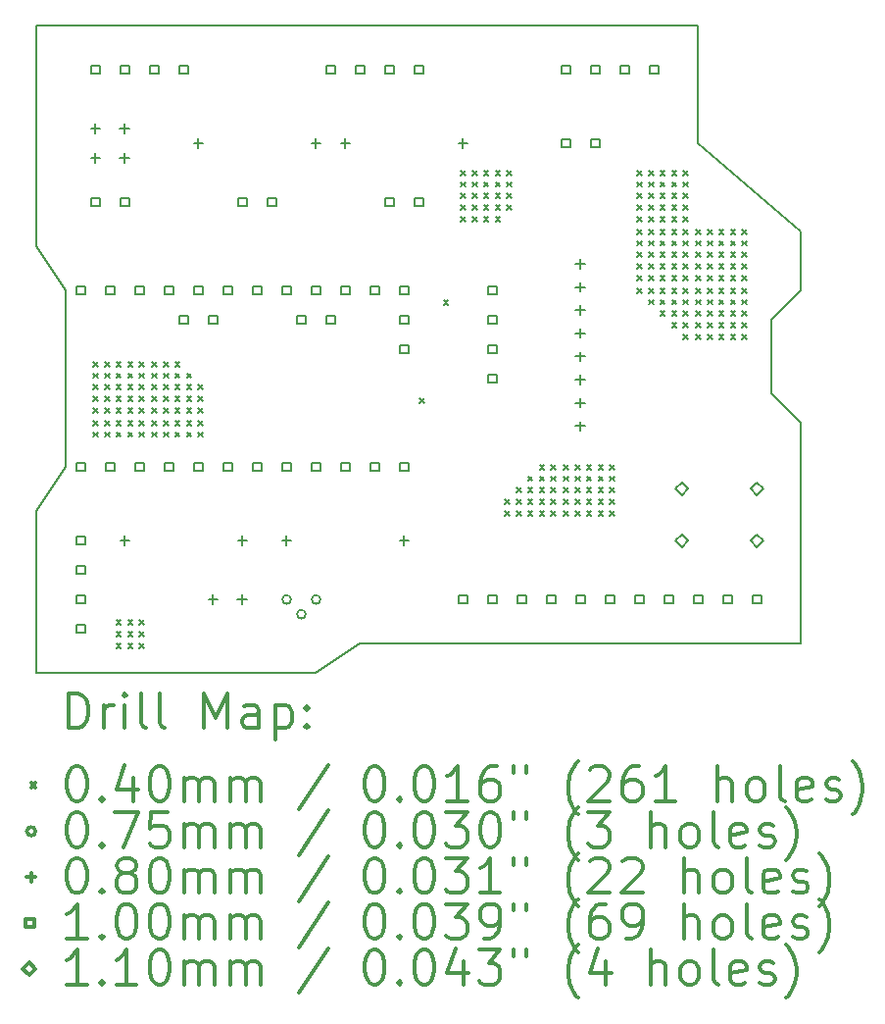
<source format=gbr>
%FSLAX45Y45*%
G04 Gerber Fmt 4.5, Leading zero omitted, Abs format (unit mm)*
G04 Created by KiCad (PCBNEW 5.0.0) date Tue Jul 31 14:57:21 2018*
%MOMM*%
%LPD*%
G01*
G04 APERTURE LIST*
%ADD10C,0.150000*%
%ADD11C,0.200000*%
%ADD12C,0.300000*%
G04 APERTURE END LIST*
D10*
X18669000Y-9906000D02*
X18669000Y-11811000D01*
X14859000Y-11811000D02*
X14478000Y-12065000D01*
X18669000Y-11811000D02*
X14859000Y-11811000D01*
D11*
X17780000Y-6477000D02*
X17780000Y-7493000D01*
X12065000Y-6477000D02*
X17780000Y-6477000D01*
X12065000Y-8382000D02*
X12065000Y-6477000D01*
X12065000Y-10668000D02*
X12065000Y-12065000D01*
D10*
X18669000Y-8255000D02*
X17780000Y-7493000D01*
X18669000Y-8763000D02*
X18669000Y-8255000D01*
X18415000Y-9017000D02*
X18669000Y-8763000D01*
X18415000Y-9652000D02*
X18415000Y-9017000D01*
X18669000Y-9906000D02*
X18415000Y-9652000D01*
D11*
X12319000Y-8763000D02*
X12319000Y-10287000D01*
X12065000Y-8382000D02*
X12319000Y-8763000D01*
X12065000Y-12065000D02*
X14478000Y-12065000D01*
X12319000Y-10287000D02*
X12065000Y-10668000D01*
D11*
X12553000Y-9378000D02*
X12593000Y-9418000D01*
X12593000Y-9378000D02*
X12553000Y-9418000D01*
X12553000Y-9478000D02*
X12593000Y-9518000D01*
X12593000Y-9478000D02*
X12553000Y-9518000D01*
X12553000Y-9578000D02*
X12593000Y-9618000D01*
X12593000Y-9578000D02*
X12553000Y-9618000D01*
X12553000Y-9678000D02*
X12593000Y-9718000D01*
X12593000Y-9678000D02*
X12553000Y-9718000D01*
X12553000Y-9778000D02*
X12593000Y-9818000D01*
X12593000Y-9778000D02*
X12553000Y-9818000D01*
X12553000Y-9886000D02*
X12593000Y-9926000D01*
X12593000Y-9886000D02*
X12553000Y-9926000D01*
X12553000Y-9986000D02*
X12593000Y-10026000D01*
X12593000Y-9986000D02*
X12553000Y-10026000D01*
X12653000Y-9378000D02*
X12693000Y-9418000D01*
X12693000Y-9378000D02*
X12653000Y-9418000D01*
X12653000Y-9478000D02*
X12693000Y-9518000D01*
X12693000Y-9478000D02*
X12653000Y-9518000D01*
X12653000Y-9578000D02*
X12693000Y-9618000D01*
X12693000Y-9578000D02*
X12653000Y-9618000D01*
X12653000Y-9678000D02*
X12693000Y-9718000D01*
X12693000Y-9678000D02*
X12653000Y-9718000D01*
X12653000Y-9778000D02*
X12693000Y-9818000D01*
X12693000Y-9778000D02*
X12653000Y-9818000D01*
X12653000Y-9886000D02*
X12693000Y-9926000D01*
X12693000Y-9886000D02*
X12653000Y-9926000D01*
X12653000Y-9986000D02*
X12693000Y-10026000D01*
X12693000Y-9986000D02*
X12653000Y-10026000D01*
X12753000Y-9378000D02*
X12793000Y-9418000D01*
X12793000Y-9378000D02*
X12753000Y-9418000D01*
X12753000Y-9478000D02*
X12793000Y-9518000D01*
X12793000Y-9478000D02*
X12753000Y-9518000D01*
X12753000Y-9578000D02*
X12793000Y-9618000D01*
X12793000Y-9578000D02*
X12753000Y-9618000D01*
X12753000Y-9678000D02*
X12793000Y-9718000D01*
X12793000Y-9678000D02*
X12753000Y-9718000D01*
X12753000Y-9778000D02*
X12793000Y-9818000D01*
X12793000Y-9778000D02*
X12753000Y-9818000D01*
X12753000Y-9886000D02*
X12793000Y-9926000D01*
X12793000Y-9886000D02*
X12753000Y-9926000D01*
X12753000Y-9986000D02*
X12793000Y-10026000D01*
X12793000Y-9986000D02*
X12753000Y-10026000D01*
X12753000Y-11610000D02*
X12793000Y-11650000D01*
X12793000Y-11610000D02*
X12753000Y-11650000D01*
X12753000Y-11710000D02*
X12793000Y-11750000D01*
X12793000Y-11710000D02*
X12753000Y-11750000D01*
X12753000Y-11810000D02*
X12793000Y-11850000D01*
X12793000Y-11810000D02*
X12753000Y-11850000D01*
X12853000Y-9378000D02*
X12893000Y-9418000D01*
X12893000Y-9378000D02*
X12853000Y-9418000D01*
X12853000Y-9478000D02*
X12893000Y-9518000D01*
X12893000Y-9478000D02*
X12853000Y-9518000D01*
X12853000Y-9578000D02*
X12893000Y-9618000D01*
X12893000Y-9578000D02*
X12853000Y-9618000D01*
X12853000Y-9678000D02*
X12893000Y-9718000D01*
X12893000Y-9678000D02*
X12853000Y-9718000D01*
X12853000Y-9778000D02*
X12893000Y-9818000D01*
X12893000Y-9778000D02*
X12853000Y-9818000D01*
X12853000Y-9886000D02*
X12893000Y-9926000D01*
X12893000Y-9886000D02*
X12853000Y-9926000D01*
X12853000Y-9986000D02*
X12893000Y-10026000D01*
X12893000Y-9986000D02*
X12853000Y-10026000D01*
X12853000Y-11610000D02*
X12893000Y-11650000D01*
X12893000Y-11610000D02*
X12853000Y-11650000D01*
X12853000Y-11710000D02*
X12893000Y-11750000D01*
X12893000Y-11710000D02*
X12853000Y-11750000D01*
X12853000Y-11810000D02*
X12893000Y-11850000D01*
X12893000Y-11810000D02*
X12853000Y-11850000D01*
X12953000Y-9378000D02*
X12993000Y-9418000D01*
X12993000Y-9378000D02*
X12953000Y-9418000D01*
X12953000Y-9478000D02*
X12993000Y-9518000D01*
X12993000Y-9478000D02*
X12953000Y-9518000D01*
X12953000Y-9578000D02*
X12993000Y-9618000D01*
X12993000Y-9578000D02*
X12953000Y-9618000D01*
X12953000Y-9678000D02*
X12993000Y-9718000D01*
X12993000Y-9678000D02*
X12953000Y-9718000D01*
X12953000Y-9778000D02*
X12993000Y-9818000D01*
X12993000Y-9778000D02*
X12953000Y-9818000D01*
X12953000Y-9886000D02*
X12993000Y-9926000D01*
X12993000Y-9886000D02*
X12953000Y-9926000D01*
X12953000Y-9986000D02*
X12993000Y-10026000D01*
X12993000Y-9986000D02*
X12953000Y-10026000D01*
X12953000Y-11610000D02*
X12993000Y-11650000D01*
X12993000Y-11610000D02*
X12953000Y-11650000D01*
X12953000Y-11710000D02*
X12993000Y-11750000D01*
X12993000Y-11710000D02*
X12953000Y-11750000D01*
X12953000Y-11810000D02*
X12993000Y-11850000D01*
X12993000Y-11810000D02*
X12953000Y-11850000D01*
X13061000Y-9378000D02*
X13101000Y-9418000D01*
X13101000Y-9378000D02*
X13061000Y-9418000D01*
X13061000Y-9478000D02*
X13101000Y-9518000D01*
X13101000Y-9478000D02*
X13061000Y-9518000D01*
X13061000Y-9578000D02*
X13101000Y-9618000D01*
X13101000Y-9578000D02*
X13061000Y-9618000D01*
X13061000Y-9678000D02*
X13101000Y-9718000D01*
X13101000Y-9678000D02*
X13061000Y-9718000D01*
X13061000Y-9778000D02*
X13101000Y-9818000D01*
X13101000Y-9778000D02*
X13061000Y-9818000D01*
X13061000Y-9886000D02*
X13101000Y-9926000D01*
X13101000Y-9886000D02*
X13061000Y-9926000D01*
X13061000Y-9986000D02*
X13101000Y-10026000D01*
X13101000Y-9986000D02*
X13061000Y-10026000D01*
X13161000Y-9378000D02*
X13201000Y-9418000D01*
X13201000Y-9378000D02*
X13161000Y-9418000D01*
X13161000Y-9478000D02*
X13201000Y-9518000D01*
X13201000Y-9478000D02*
X13161000Y-9518000D01*
X13161000Y-9578000D02*
X13201000Y-9618000D01*
X13201000Y-9578000D02*
X13161000Y-9618000D01*
X13161000Y-9678000D02*
X13201000Y-9718000D01*
X13201000Y-9678000D02*
X13161000Y-9718000D01*
X13161000Y-9778000D02*
X13201000Y-9818000D01*
X13201000Y-9778000D02*
X13161000Y-9818000D01*
X13161000Y-9886000D02*
X13201000Y-9926000D01*
X13201000Y-9886000D02*
X13161000Y-9926000D01*
X13161000Y-9986000D02*
X13201000Y-10026000D01*
X13201000Y-9986000D02*
X13161000Y-10026000D01*
X13261000Y-9378000D02*
X13301000Y-9418000D01*
X13301000Y-9378000D02*
X13261000Y-9418000D01*
X13261000Y-9478000D02*
X13301000Y-9518000D01*
X13301000Y-9478000D02*
X13261000Y-9518000D01*
X13261000Y-9578000D02*
X13301000Y-9618000D01*
X13301000Y-9578000D02*
X13261000Y-9618000D01*
X13261000Y-9678000D02*
X13301000Y-9718000D01*
X13301000Y-9678000D02*
X13261000Y-9718000D01*
X13261000Y-9778000D02*
X13301000Y-9818000D01*
X13301000Y-9778000D02*
X13261000Y-9818000D01*
X13261000Y-9886000D02*
X13301000Y-9926000D01*
X13301000Y-9886000D02*
X13261000Y-9926000D01*
X13261000Y-9986000D02*
X13301000Y-10026000D01*
X13301000Y-9986000D02*
X13261000Y-10026000D01*
X13361000Y-9478000D02*
X13401000Y-9518000D01*
X13401000Y-9478000D02*
X13361000Y-9518000D01*
X13361000Y-9578000D02*
X13401000Y-9618000D01*
X13401000Y-9578000D02*
X13361000Y-9618000D01*
X13361000Y-9678000D02*
X13401000Y-9718000D01*
X13401000Y-9678000D02*
X13361000Y-9718000D01*
X13361000Y-9778000D02*
X13401000Y-9818000D01*
X13401000Y-9778000D02*
X13361000Y-9818000D01*
X13361000Y-9886000D02*
X13401000Y-9926000D01*
X13401000Y-9886000D02*
X13361000Y-9926000D01*
X13361000Y-9986000D02*
X13401000Y-10026000D01*
X13401000Y-9986000D02*
X13361000Y-10026000D01*
X13461000Y-9578000D02*
X13501000Y-9618000D01*
X13501000Y-9578000D02*
X13461000Y-9618000D01*
X13461000Y-9678000D02*
X13501000Y-9718000D01*
X13501000Y-9678000D02*
X13461000Y-9718000D01*
X13461000Y-9778000D02*
X13501000Y-9818000D01*
X13501000Y-9778000D02*
X13461000Y-9818000D01*
X13461000Y-9886000D02*
X13501000Y-9926000D01*
X13501000Y-9886000D02*
X13461000Y-9926000D01*
X13461000Y-9986000D02*
X13501000Y-10026000D01*
X13501000Y-9986000D02*
X13461000Y-10026000D01*
X15374720Y-9692330D02*
X15414720Y-9732330D01*
X15414720Y-9692330D02*
X15374720Y-9732330D01*
X15581340Y-8848770D02*
X15621340Y-8888770D01*
X15621340Y-8848770D02*
X15581340Y-8888770D01*
X15728000Y-7727000D02*
X15768000Y-7767000D01*
X15768000Y-7727000D02*
X15728000Y-7767000D01*
X15728000Y-7827000D02*
X15768000Y-7867000D01*
X15768000Y-7827000D02*
X15728000Y-7867000D01*
X15728000Y-7927000D02*
X15768000Y-7967000D01*
X15768000Y-7927000D02*
X15728000Y-7967000D01*
X15728000Y-8027000D02*
X15768000Y-8067000D01*
X15768000Y-8027000D02*
X15728000Y-8067000D01*
X15728000Y-8127000D02*
X15768000Y-8167000D01*
X15768000Y-8127000D02*
X15728000Y-8167000D01*
X15828000Y-7727000D02*
X15868000Y-7767000D01*
X15868000Y-7727000D02*
X15828000Y-7767000D01*
X15828000Y-7827000D02*
X15868000Y-7867000D01*
X15868000Y-7827000D02*
X15828000Y-7867000D01*
X15828000Y-7927000D02*
X15868000Y-7967000D01*
X15868000Y-7927000D02*
X15828000Y-7967000D01*
X15828000Y-8027000D02*
X15868000Y-8067000D01*
X15868000Y-8027000D02*
X15828000Y-8067000D01*
X15828000Y-8127000D02*
X15868000Y-8167000D01*
X15868000Y-8127000D02*
X15828000Y-8167000D01*
X15928000Y-7727000D02*
X15968000Y-7767000D01*
X15968000Y-7727000D02*
X15928000Y-7767000D01*
X15928000Y-7827000D02*
X15968000Y-7867000D01*
X15968000Y-7827000D02*
X15928000Y-7867000D01*
X15928000Y-7927000D02*
X15968000Y-7967000D01*
X15968000Y-7927000D02*
X15928000Y-7967000D01*
X15928000Y-8027000D02*
X15968000Y-8067000D01*
X15968000Y-8027000D02*
X15928000Y-8067000D01*
X15928000Y-8127000D02*
X15968000Y-8167000D01*
X15968000Y-8127000D02*
X15928000Y-8167000D01*
X16028000Y-7727000D02*
X16068000Y-7767000D01*
X16068000Y-7727000D02*
X16028000Y-7767000D01*
X16028000Y-7827000D02*
X16068000Y-7867000D01*
X16068000Y-7827000D02*
X16028000Y-7867000D01*
X16028000Y-7927000D02*
X16068000Y-7967000D01*
X16068000Y-7927000D02*
X16028000Y-7967000D01*
X16028000Y-8027000D02*
X16068000Y-8067000D01*
X16068000Y-8027000D02*
X16028000Y-8067000D01*
X16028000Y-8127000D02*
X16068000Y-8167000D01*
X16068000Y-8127000D02*
X16028000Y-8167000D01*
X16109000Y-10567000D02*
X16149000Y-10607000D01*
X16149000Y-10567000D02*
X16109000Y-10607000D01*
X16109000Y-10667000D02*
X16149000Y-10707000D01*
X16149000Y-10667000D02*
X16109000Y-10707000D01*
X16128000Y-7727000D02*
X16168000Y-7767000D01*
X16168000Y-7727000D02*
X16128000Y-7767000D01*
X16128000Y-7827000D02*
X16168000Y-7867000D01*
X16168000Y-7827000D02*
X16128000Y-7867000D01*
X16128000Y-7927000D02*
X16168000Y-7967000D01*
X16168000Y-7927000D02*
X16128000Y-7967000D01*
X16128000Y-8027000D02*
X16168000Y-8067000D01*
X16168000Y-8027000D02*
X16128000Y-8067000D01*
X16209000Y-10467000D02*
X16249000Y-10507000D01*
X16249000Y-10467000D02*
X16209000Y-10507000D01*
X16209000Y-10567000D02*
X16249000Y-10607000D01*
X16249000Y-10567000D02*
X16209000Y-10607000D01*
X16209000Y-10667000D02*
X16249000Y-10707000D01*
X16249000Y-10667000D02*
X16209000Y-10707000D01*
X16309000Y-10367000D02*
X16349000Y-10407000D01*
X16349000Y-10367000D02*
X16309000Y-10407000D01*
X16309000Y-10467000D02*
X16349000Y-10507000D01*
X16349000Y-10467000D02*
X16309000Y-10507000D01*
X16309000Y-10567000D02*
X16349000Y-10607000D01*
X16349000Y-10567000D02*
X16309000Y-10607000D01*
X16309000Y-10667000D02*
X16349000Y-10707000D01*
X16349000Y-10667000D02*
X16309000Y-10707000D01*
X16409000Y-10267000D02*
X16449000Y-10307000D01*
X16449000Y-10267000D02*
X16409000Y-10307000D01*
X16409000Y-10367000D02*
X16449000Y-10407000D01*
X16449000Y-10367000D02*
X16409000Y-10407000D01*
X16409000Y-10467000D02*
X16449000Y-10507000D01*
X16449000Y-10467000D02*
X16409000Y-10507000D01*
X16409000Y-10567000D02*
X16449000Y-10607000D01*
X16449000Y-10567000D02*
X16409000Y-10607000D01*
X16409000Y-10667000D02*
X16449000Y-10707000D01*
X16449000Y-10667000D02*
X16409000Y-10707000D01*
X16509000Y-10267000D02*
X16549000Y-10307000D01*
X16549000Y-10267000D02*
X16509000Y-10307000D01*
X16509000Y-10367000D02*
X16549000Y-10407000D01*
X16549000Y-10367000D02*
X16509000Y-10407000D01*
X16509000Y-10467000D02*
X16549000Y-10507000D01*
X16549000Y-10467000D02*
X16509000Y-10507000D01*
X16509000Y-10567000D02*
X16549000Y-10607000D01*
X16549000Y-10567000D02*
X16509000Y-10607000D01*
X16509000Y-10667000D02*
X16549000Y-10707000D01*
X16549000Y-10667000D02*
X16509000Y-10707000D01*
X16617000Y-10267000D02*
X16657000Y-10307000D01*
X16657000Y-10267000D02*
X16617000Y-10307000D01*
X16617000Y-10367000D02*
X16657000Y-10407000D01*
X16657000Y-10367000D02*
X16617000Y-10407000D01*
X16617000Y-10467000D02*
X16657000Y-10507000D01*
X16657000Y-10467000D02*
X16617000Y-10507000D01*
X16617000Y-10567000D02*
X16657000Y-10607000D01*
X16657000Y-10567000D02*
X16617000Y-10607000D01*
X16617000Y-10667000D02*
X16657000Y-10707000D01*
X16657000Y-10667000D02*
X16617000Y-10707000D01*
X16717000Y-10267000D02*
X16757000Y-10307000D01*
X16757000Y-10267000D02*
X16717000Y-10307000D01*
X16717000Y-10367000D02*
X16757000Y-10407000D01*
X16757000Y-10367000D02*
X16717000Y-10407000D01*
X16717000Y-10467000D02*
X16757000Y-10507000D01*
X16757000Y-10467000D02*
X16717000Y-10507000D01*
X16717000Y-10567000D02*
X16757000Y-10607000D01*
X16757000Y-10567000D02*
X16717000Y-10607000D01*
X16717000Y-10667000D02*
X16757000Y-10707000D01*
X16757000Y-10667000D02*
X16717000Y-10707000D01*
X16817000Y-10267000D02*
X16857000Y-10307000D01*
X16857000Y-10267000D02*
X16817000Y-10307000D01*
X16817000Y-10367000D02*
X16857000Y-10407000D01*
X16857000Y-10367000D02*
X16817000Y-10407000D01*
X16817000Y-10467000D02*
X16857000Y-10507000D01*
X16857000Y-10467000D02*
X16817000Y-10507000D01*
X16817000Y-10567000D02*
X16857000Y-10607000D01*
X16857000Y-10567000D02*
X16817000Y-10607000D01*
X16817000Y-10667000D02*
X16857000Y-10707000D01*
X16857000Y-10667000D02*
X16817000Y-10707000D01*
X16917000Y-10267000D02*
X16957000Y-10307000D01*
X16957000Y-10267000D02*
X16917000Y-10307000D01*
X16917000Y-10367000D02*
X16957000Y-10407000D01*
X16957000Y-10367000D02*
X16917000Y-10407000D01*
X16917000Y-10467000D02*
X16957000Y-10507000D01*
X16957000Y-10467000D02*
X16917000Y-10507000D01*
X16917000Y-10567000D02*
X16957000Y-10607000D01*
X16957000Y-10567000D02*
X16917000Y-10607000D01*
X16917000Y-10667000D02*
X16957000Y-10707000D01*
X16957000Y-10667000D02*
X16917000Y-10707000D01*
X17017000Y-10267000D02*
X17057000Y-10307000D01*
X17057000Y-10267000D02*
X17017000Y-10307000D01*
X17017000Y-10367000D02*
X17057000Y-10407000D01*
X17057000Y-10367000D02*
X17017000Y-10407000D01*
X17017000Y-10467000D02*
X17057000Y-10507000D01*
X17057000Y-10467000D02*
X17017000Y-10507000D01*
X17017000Y-10567000D02*
X17057000Y-10607000D01*
X17057000Y-10567000D02*
X17017000Y-10607000D01*
X17017000Y-10667000D02*
X17057000Y-10707000D01*
X17057000Y-10667000D02*
X17017000Y-10707000D01*
X17252000Y-7727000D02*
X17292000Y-7767000D01*
X17292000Y-7727000D02*
X17252000Y-7767000D01*
X17252000Y-7827000D02*
X17292000Y-7867000D01*
X17292000Y-7827000D02*
X17252000Y-7867000D01*
X17252000Y-7927000D02*
X17292000Y-7967000D01*
X17292000Y-7927000D02*
X17252000Y-7967000D01*
X17252000Y-8027000D02*
X17292000Y-8067000D01*
X17292000Y-8027000D02*
X17252000Y-8067000D01*
X17252000Y-8127000D02*
X17292000Y-8167000D01*
X17292000Y-8127000D02*
X17252000Y-8167000D01*
X17252000Y-8235000D02*
X17292000Y-8275000D01*
X17292000Y-8235000D02*
X17252000Y-8275000D01*
X17252000Y-8335000D02*
X17292000Y-8375000D01*
X17292000Y-8335000D02*
X17252000Y-8375000D01*
X17252000Y-8435000D02*
X17292000Y-8475000D01*
X17292000Y-8435000D02*
X17252000Y-8475000D01*
X17252000Y-8535000D02*
X17292000Y-8575000D01*
X17292000Y-8535000D02*
X17252000Y-8575000D01*
X17252000Y-8635000D02*
X17292000Y-8675000D01*
X17292000Y-8635000D02*
X17252000Y-8675000D01*
X17252000Y-8743000D02*
X17292000Y-8783000D01*
X17292000Y-8743000D02*
X17252000Y-8783000D01*
X17352000Y-7727000D02*
X17392000Y-7767000D01*
X17392000Y-7727000D02*
X17352000Y-7767000D01*
X17352000Y-7827000D02*
X17392000Y-7867000D01*
X17392000Y-7827000D02*
X17352000Y-7867000D01*
X17352000Y-7927000D02*
X17392000Y-7967000D01*
X17392000Y-7927000D02*
X17352000Y-7967000D01*
X17352000Y-8027000D02*
X17392000Y-8067000D01*
X17392000Y-8027000D02*
X17352000Y-8067000D01*
X17352000Y-8127000D02*
X17392000Y-8167000D01*
X17392000Y-8127000D02*
X17352000Y-8167000D01*
X17352000Y-8235000D02*
X17392000Y-8275000D01*
X17392000Y-8235000D02*
X17352000Y-8275000D01*
X17352000Y-8335000D02*
X17392000Y-8375000D01*
X17392000Y-8335000D02*
X17352000Y-8375000D01*
X17352000Y-8435000D02*
X17392000Y-8475000D01*
X17392000Y-8435000D02*
X17352000Y-8475000D01*
X17352000Y-8535000D02*
X17392000Y-8575000D01*
X17392000Y-8535000D02*
X17352000Y-8575000D01*
X17352000Y-8635000D02*
X17392000Y-8675000D01*
X17392000Y-8635000D02*
X17352000Y-8675000D01*
X17352000Y-8743000D02*
X17392000Y-8783000D01*
X17392000Y-8743000D02*
X17352000Y-8783000D01*
X17352000Y-8843000D02*
X17392000Y-8883000D01*
X17392000Y-8843000D02*
X17352000Y-8883000D01*
X17452000Y-7727000D02*
X17492000Y-7767000D01*
X17492000Y-7727000D02*
X17452000Y-7767000D01*
X17452000Y-7827000D02*
X17492000Y-7867000D01*
X17492000Y-7827000D02*
X17452000Y-7867000D01*
X17452000Y-7927000D02*
X17492000Y-7967000D01*
X17492000Y-7927000D02*
X17452000Y-7967000D01*
X17452000Y-8027000D02*
X17492000Y-8067000D01*
X17492000Y-8027000D02*
X17452000Y-8067000D01*
X17452000Y-8127000D02*
X17492000Y-8167000D01*
X17492000Y-8127000D02*
X17452000Y-8167000D01*
X17452000Y-8235000D02*
X17492000Y-8275000D01*
X17492000Y-8235000D02*
X17452000Y-8275000D01*
X17452000Y-8335000D02*
X17492000Y-8375000D01*
X17492000Y-8335000D02*
X17452000Y-8375000D01*
X17452000Y-8435000D02*
X17492000Y-8475000D01*
X17492000Y-8435000D02*
X17452000Y-8475000D01*
X17452000Y-8535000D02*
X17492000Y-8575000D01*
X17492000Y-8535000D02*
X17452000Y-8575000D01*
X17452000Y-8635000D02*
X17492000Y-8675000D01*
X17492000Y-8635000D02*
X17452000Y-8675000D01*
X17452000Y-8743000D02*
X17492000Y-8783000D01*
X17492000Y-8743000D02*
X17452000Y-8783000D01*
X17452000Y-8843000D02*
X17492000Y-8883000D01*
X17492000Y-8843000D02*
X17452000Y-8883000D01*
X17452000Y-8943000D02*
X17492000Y-8983000D01*
X17492000Y-8943000D02*
X17452000Y-8983000D01*
X17552000Y-7727000D02*
X17592000Y-7767000D01*
X17592000Y-7727000D02*
X17552000Y-7767000D01*
X17552000Y-7827000D02*
X17592000Y-7867000D01*
X17592000Y-7827000D02*
X17552000Y-7867000D01*
X17552000Y-7927000D02*
X17592000Y-7967000D01*
X17592000Y-7927000D02*
X17552000Y-7967000D01*
X17552000Y-8027000D02*
X17592000Y-8067000D01*
X17592000Y-8027000D02*
X17552000Y-8067000D01*
X17552000Y-8127000D02*
X17592000Y-8167000D01*
X17592000Y-8127000D02*
X17552000Y-8167000D01*
X17552000Y-8235000D02*
X17592000Y-8275000D01*
X17592000Y-8235000D02*
X17552000Y-8275000D01*
X17552000Y-8335000D02*
X17592000Y-8375000D01*
X17592000Y-8335000D02*
X17552000Y-8375000D01*
X17552000Y-8435000D02*
X17592000Y-8475000D01*
X17592000Y-8435000D02*
X17552000Y-8475000D01*
X17552000Y-8535000D02*
X17592000Y-8575000D01*
X17592000Y-8535000D02*
X17552000Y-8575000D01*
X17552000Y-8635000D02*
X17592000Y-8675000D01*
X17592000Y-8635000D02*
X17552000Y-8675000D01*
X17552000Y-8743000D02*
X17592000Y-8783000D01*
X17592000Y-8743000D02*
X17552000Y-8783000D01*
X17552000Y-8843000D02*
X17592000Y-8883000D01*
X17592000Y-8843000D02*
X17552000Y-8883000D01*
X17552000Y-8943000D02*
X17592000Y-8983000D01*
X17592000Y-8943000D02*
X17552000Y-8983000D01*
X17552000Y-9043000D02*
X17592000Y-9083000D01*
X17592000Y-9043000D02*
X17552000Y-9083000D01*
X17652000Y-7727000D02*
X17692000Y-7767000D01*
X17692000Y-7727000D02*
X17652000Y-7767000D01*
X17652000Y-7827000D02*
X17692000Y-7867000D01*
X17692000Y-7827000D02*
X17652000Y-7867000D01*
X17652000Y-7927000D02*
X17692000Y-7967000D01*
X17692000Y-7927000D02*
X17652000Y-7967000D01*
X17652000Y-8027000D02*
X17692000Y-8067000D01*
X17692000Y-8027000D02*
X17652000Y-8067000D01*
X17652000Y-8127000D02*
X17692000Y-8167000D01*
X17692000Y-8127000D02*
X17652000Y-8167000D01*
X17652000Y-8235000D02*
X17692000Y-8275000D01*
X17692000Y-8235000D02*
X17652000Y-8275000D01*
X17652000Y-8335000D02*
X17692000Y-8375000D01*
X17692000Y-8335000D02*
X17652000Y-8375000D01*
X17652000Y-8435000D02*
X17692000Y-8475000D01*
X17692000Y-8435000D02*
X17652000Y-8475000D01*
X17652000Y-8535000D02*
X17692000Y-8575000D01*
X17692000Y-8535000D02*
X17652000Y-8575000D01*
X17652000Y-8635000D02*
X17692000Y-8675000D01*
X17692000Y-8635000D02*
X17652000Y-8675000D01*
X17652000Y-8743000D02*
X17692000Y-8783000D01*
X17692000Y-8743000D02*
X17652000Y-8783000D01*
X17652000Y-8843000D02*
X17692000Y-8883000D01*
X17692000Y-8843000D02*
X17652000Y-8883000D01*
X17652000Y-8943000D02*
X17692000Y-8983000D01*
X17692000Y-8943000D02*
X17652000Y-8983000D01*
X17652000Y-9043000D02*
X17692000Y-9083000D01*
X17692000Y-9043000D02*
X17652000Y-9083000D01*
X17652000Y-9143000D02*
X17692000Y-9183000D01*
X17692000Y-9143000D02*
X17652000Y-9183000D01*
X17760000Y-8235000D02*
X17800000Y-8275000D01*
X17800000Y-8235000D02*
X17760000Y-8275000D01*
X17760000Y-8335000D02*
X17800000Y-8375000D01*
X17800000Y-8335000D02*
X17760000Y-8375000D01*
X17760000Y-8435000D02*
X17800000Y-8475000D01*
X17800000Y-8435000D02*
X17760000Y-8475000D01*
X17760000Y-8535000D02*
X17800000Y-8575000D01*
X17800000Y-8535000D02*
X17760000Y-8575000D01*
X17760000Y-8635000D02*
X17800000Y-8675000D01*
X17800000Y-8635000D02*
X17760000Y-8675000D01*
X17760000Y-8743000D02*
X17800000Y-8783000D01*
X17800000Y-8743000D02*
X17760000Y-8783000D01*
X17760000Y-8843000D02*
X17800000Y-8883000D01*
X17800000Y-8843000D02*
X17760000Y-8883000D01*
X17760000Y-8943000D02*
X17800000Y-8983000D01*
X17800000Y-8943000D02*
X17760000Y-8983000D01*
X17760000Y-9043000D02*
X17800000Y-9083000D01*
X17800000Y-9043000D02*
X17760000Y-9083000D01*
X17760000Y-9143000D02*
X17800000Y-9183000D01*
X17800000Y-9143000D02*
X17760000Y-9183000D01*
X17860000Y-8235000D02*
X17900000Y-8275000D01*
X17900000Y-8235000D02*
X17860000Y-8275000D01*
X17860000Y-8335000D02*
X17900000Y-8375000D01*
X17900000Y-8335000D02*
X17860000Y-8375000D01*
X17860000Y-8435000D02*
X17900000Y-8475000D01*
X17900000Y-8435000D02*
X17860000Y-8475000D01*
X17860000Y-8535000D02*
X17900000Y-8575000D01*
X17900000Y-8535000D02*
X17860000Y-8575000D01*
X17860000Y-8635000D02*
X17900000Y-8675000D01*
X17900000Y-8635000D02*
X17860000Y-8675000D01*
X17860000Y-8743000D02*
X17900000Y-8783000D01*
X17900000Y-8743000D02*
X17860000Y-8783000D01*
X17860000Y-8843000D02*
X17900000Y-8883000D01*
X17900000Y-8843000D02*
X17860000Y-8883000D01*
X17860000Y-8943000D02*
X17900000Y-8983000D01*
X17900000Y-8943000D02*
X17860000Y-8983000D01*
X17860000Y-9043000D02*
X17900000Y-9083000D01*
X17900000Y-9043000D02*
X17860000Y-9083000D01*
X17860000Y-9143000D02*
X17900000Y-9183000D01*
X17900000Y-9143000D02*
X17860000Y-9183000D01*
X17960000Y-8235000D02*
X18000000Y-8275000D01*
X18000000Y-8235000D02*
X17960000Y-8275000D01*
X17960000Y-8335000D02*
X18000000Y-8375000D01*
X18000000Y-8335000D02*
X17960000Y-8375000D01*
X17960000Y-8435000D02*
X18000000Y-8475000D01*
X18000000Y-8435000D02*
X17960000Y-8475000D01*
X17960000Y-8535000D02*
X18000000Y-8575000D01*
X18000000Y-8535000D02*
X17960000Y-8575000D01*
X17960000Y-8635000D02*
X18000000Y-8675000D01*
X18000000Y-8635000D02*
X17960000Y-8675000D01*
X17960000Y-8743000D02*
X18000000Y-8783000D01*
X18000000Y-8743000D02*
X17960000Y-8783000D01*
X17960000Y-8843000D02*
X18000000Y-8883000D01*
X18000000Y-8843000D02*
X17960000Y-8883000D01*
X17960000Y-8943000D02*
X18000000Y-8983000D01*
X18000000Y-8943000D02*
X17960000Y-8983000D01*
X17960000Y-9043000D02*
X18000000Y-9083000D01*
X18000000Y-9043000D02*
X17960000Y-9083000D01*
X17960000Y-9143000D02*
X18000000Y-9183000D01*
X18000000Y-9143000D02*
X17960000Y-9183000D01*
X18060000Y-8235000D02*
X18100000Y-8275000D01*
X18100000Y-8235000D02*
X18060000Y-8275000D01*
X18060000Y-8335000D02*
X18100000Y-8375000D01*
X18100000Y-8335000D02*
X18060000Y-8375000D01*
X18060000Y-8435000D02*
X18100000Y-8475000D01*
X18100000Y-8435000D02*
X18060000Y-8475000D01*
X18060000Y-8535000D02*
X18100000Y-8575000D01*
X18100000Y-8535000D02*
X18060000Y-8575000D01*
X18060000Y-8635000D02*
X18100000Y-8675000D01*
X18100000Y-8635000D02*
X18060000Y-8675000D01*
X18060000Y-8743000D02*
X18100000Y-8783000D01*
X18100000Y-8743000D02*
X18060000Y-8783000D01*
X18060000Y-8843000D02*
X18100000Y-8883000D01*
X18100000Y-8843000D02*
X18060000Y-8883000D01*
X18060000Y-8943000D02*
X18100000Y-8983000D01*
X18100000Y-8943000D02*
X18060000Y-8983000D01*
X18060000Y-9043000D02*
X18100000Y-9083000D01*
X18100000Y-9043000D02*
X18060000Y-9083000D01*
X18060000Y-9143000D02*
X18100000Y-9183000D01*
X18100000Y-9143000D02*
X18060000Y-9183000D01*
X18160000Y-8235000D02*
X18200000Y-8275000D01*
X18200000Y-8235000D02*
X18160000Y-8275000D01*
X18160000Y-8335000D02*
X18200000Y-8375000D01*
X18200000Y-8335000D02*
X18160000Y-8375000D01*
X18160000Y-8435000D02*
X18200000Y-8475000D01*
X18200000Y-8435000D02*
X18160000Y-8475000D01*
X18160000Y-8535000D02*
X18200000Y-8575000D01*
X18200000Y-8535000D02*
X18160000Y-8575000D01*
X18160000Y-8635000D02*
X18200000Y-8675000D01*
X18200000Y-8635000D02*
X18160000Y-8675000D01*
X18160000Y-8743000D02*
X18200000Y-8783000D01*
X18200000Y-8743000D02*
X18160000Y-8783000D01*
X18160000Y-8843000D02*
X18200000Y-8883000D01*
X18200000Y-8843000D02*
X18160000Y-8883000D01*
X18160000Y-8943000D02*
X18200000Y-8983000D01*
X18200000Y-8943000D02*
X18160000Y-8983000D01*
X18160000Y-9043000D02*
X18200000Y-9083000D01*
X18200000Y-9043000D02*
X18160000Y-9083000D01*
X18160000Y-9143000D02*
X18200000Y-9183000D01*
X18200000Y-9143000D02*
X18160000Y-9183000D01*
X14261500Y-11430000D02*
G75*
G03X14261500Y-11430000I-37500J0D01*
G01*
X14388500Y-11557000D02*
G75*
G03X14388500Y-11557000I-37500J0D01*
G01*
X14515500Y-11430000D02*
G75*
G03X14515500Y-11430000I-37500J0D01*
G01*
X14732000Y-7453000D02*
X14732000Y-7533000D01*
X14692000Y-7493000D02*
X14772000Y-7493000D01*
X15748000Y-7453000D02*
X15748000Y-7533000D01*
X15708000Y-7493000D02*
X15788000Y-7493000D01*
X12827000Y-10882000D02*
X12827000Y-10962000D01*
X12787000Y-10922000D02*
X12867000Y-10922000D01*
X13843000Y-10882000D02*
X13843000Y-10962000D01*
X13803000Y-10922000D02*
X13883000Y-10922000D01*
X13589000Y-11390000D02*
X13589000Y-11470000D01*
X13549000Y-11430000D02*
X13629000Y-11430000D01*
X13839000Y-11390000D02*
X13839000Y-11470000D01*
X13799000Y-11430000D02*
X13879000Y-11430000D01*
X16760000Y-8492000D02*
X16760000Y-8572000D01*
X16720000Y-8532000D02*
X16800000Y-8532000D01*
X16760000Y-8692000D02*
X16760000Y-8772000D01*
X16720000Y-8732000D02*
X16800000Y-8732000D01*
X16760000Y-8892000D02*
X16760000Y-8972000D01*
X16720000Y-8932000D02*
X16800000Y-8932000D01*
X16760000Y-9092000D02*
X16760000Y-9172000D01*
X16720000Y-9132000D02*
X16800000Y-9132000D01*
X16760000Y-9292000D02*
X16760000Y-9372000D01*
X16720000Y-9332000D02*
X16800000Y-9332000D01*
X16760000Y-9492000D02*
X16760000Y-9572000D01*
X16720000Y-9532000D02*
X16800000Y-9532000D01*
X16760000Y-9692000D02*
X16760000Y-9772000D01*
X16720000Y-9732000D02*
X16800000Y-9732000D01*
X16760000Y-9892000D02*
X16760000Y-9972000D01*
X16720000Y-9932000D02*
X16800000Y-9932000D01*
X13462000Y-7453000D02*
X13462000Y-7533000D01*
X13422000Y-7493000D02*
X13502000Y-7493000D01*
X14478000Y-7453000D02*
X14478000Y-7533000D01*
X14438000Y-7493000D02*
X14518000Y-7493000D01*
X12573000Y-7580000D02*
X12573000Y-7660000D01*
X12533000Y-7620000D02*
X12613000Y-7620000D01*
X12823000Y-7580000D02*
X12823000Y-7660000D01*
X12783000Y-7620000D02*
X12863000Y-7620000D01*
X14224000Y-10882000D02*
X14224000Y-10962000D01*
X14184000Y-10922000D02*
X14264000Y-10922000D01*
X15240000Y-10882000D02*
X15240000Y-10962000D01*
X15200000Y-10922000D02*
X15280000Y-10922000D01*
X12573000Y-7326000D02*
X12573000Y-7406000D01*
X12533000Y-7366000D02*
X12613000Y-7366000D01*
X12823000Y-7326000D02*
X12823000Y-7406000D01*
X12783000Y-7366000D02*
X12863000Y-7366000D01*
X16037356Y-8798356D02*
X16037356Y-8727644D01*
X15966644Y-8727644D01*
X15966644Y-8798356D01*
X16037356Y-8798356D01*
X16037356Y-9052356D02*
X16037356Y-8981644D01*
X15966644Y-8981644D01*
X15966644Y-9052356D01*
X16037356Y-9052356D01*
X16037356Y-9306356D02*
X16037356Y-9235644D01*
X15966644Y-9235644D01*
X15966644Y-9306356D01*
X16037356Y-9306356D01*
X16037356Y-9560356D02*
X16037356Y-9489644D01*
X15966644Y-9489644D01*
X15966644Y-9560356D01*
X16037356Y-9560356D01*
X15783356Y-11465356D02*
X15783356Y-11394644D01*
X15712644Y-11394644D01*
X15712644Y-11465356D01*
X15783356Y-11465356D01*
X16037356Y-11465356D02*
X16037356Y-11394644D01*
X15966644Y-11394644D01*
X15966644Y-11465356D01*
X16037356Y-11465356D01*
X16291356Y-11465356D02*
X16291356Y-11394644D01*
X16220644Y-11394644D01*
X16220644Y-11465356D01*
X16291356Y-11465356D01*
X16545356Y-11465356D02*
X16545356Y-11394644D01*
X16474644Y-11394644D01*
X16474644Y-11465356D01*
X16545356Y-11465356D01*
X16799356Y-11465356D02*
X16799356Y-11394644D01*
X16728644Y-11394644D01*
X16728644Y-11465356D01*
X16799356Y-11465356D01*
X17053356Y-11465356D02*
X17053356Y-11394644D01*
X16982644Y-11394644D01*
X16982644Y-11465356D01*
X17053356Y-11465356D01*
X17307356Y-11465356D02*
X17307356Y-11394644D01*
X17236644Y-11394644D01*
X17236644Y-11465356D01*
X17307356Y-11465356D01*
X17561356Y-11465356D02*
X17561356Y-11394644D01*
X17490644Y-11394644D01*
X17490644Y-11465356D01*
X17561356Y-11465356D01*
X17815356Y-11465356D02*
X17815356Y-11394644D01*
X17744644Y-11394644D01*
X17744644Y-11465356D01*
X17815356Y-11465356D01*
X18069356Y-11465356D02*
X18069356Y-11394644D01*
X17998644Y-11394644D01*
X17998644Y-11465356D01*
X18069356Y-11465356D01*
X18323356Y-11465356D02*
X18323356Y-11394644D01*
X18252644Y-11394644D01*
X18252644Y-11465356D01*
X18323356Y-11465356D01*
X16672356Y-6893356D02*
X16672356Y-6822644D01*
X16601644Y-6822644D01*
X16601644Y-6893356D01*
X16672356Y-6893356D01*
X16926356Y-6893356D02*
X16926356Y-6822644D01*
X16855644Y-6822644D01*
X16855644Y-6893356D01*
X16926356Y-6893356D01*
X17180356Y-6893356D02*
X17180356Y-6822644D01*
X17109644Y-6822644D01*
X17109644Y-6893356D01*
X17180356Y-6893356D01*
X17434356Y-6893356D02*
X17434356Y-6822644D01*
X17363644Y-6822644D01*
X17363644Y-6893356D01*
X17434356Y-6893356D01*
X13878356Y-8036356D02*
X13878356Y-7965644D01*
X13807644Y-7965644D01*
X13807644Y-8036356D01*
X13878356Y-8036356D01*
X14132356Y-8036356D02*
X14132356Y-7965644D01*
X14061644Y-7965644D01*
X14061644Y-8036356D01*
X14132356Y-8036356D01*
X12608356Y-8036356D02*
X12608356Y-7965644D01*
X12537644Y-7965644D01*
X12537644Y-8036356D01*
X12608356Y-8036356D01*
X12862356Y-8036356D02*
X12862356Y-7965644D01*
X12791644Y-7965644D01*
X12791644Y-8036356D01*
X12862356Y-8036356D01*
X15148356Y-8036356D02*
X15148356Y-7965644D01*
X15077644Y-7965644D01*
X15077644Y-8036356D01*
X15148356Y-8036356D01*
X15402356Y-8036356D02*
X15402356Y-7965644D01*
X15331644Y-7965644D01*
X15331644Y-8036356D01*
X15402356Y-8036356D01*
X12481356Y-8798356D02*
X12481356Y-8727644D01*
X12410644Y-8727644D01*
X12410644Y-8798356D01*
X12481356Y-8798356D01*
X12481356Y-10322356D02*
X12481356Y-10251644D01*
X12410644Y-10251644D01*
X12410644Y-10322356D01*
X12481356Y-10322356D01*
X12735356Y-8798356D02*
X12735356Y-8727644D01*
X12664644Y-8727644D01*
X12664644Y-8798356D01*
X12735356Y-8798356D01*
X12735356Y-10322356D02*
X12735356Y-10251644D01*
X12664644Y-10251644D01*
X12664644Y-10322356D01*
X12735356Y-10322356D01*
X12989356Y-8798356D02*
X12989356Y-8727644D01*
X12918644Y-8727644D01*
X12918644Y-8798356D01*
X12989356Y-8798356D01*
X12989356Y-10322356D02*
X12989356Y-10251644D01*
X12918644Y-10251644D01*
X12918644Y-10322356D01*
X12989356Y-10322356D01*
X13243356Y-8798356D02*
X13243356Y-8727644D01*
X13172644Y-8727644D01*
X13172644Y-8798356D01*
X13243356Y-8798356D01*
X13243356Y-10322356D02*
X13243356Y-10251644D01*
X13172644Y-10251644D01*
X13172644Y-10322356D01*
X13243356Y-10322356D01*
X13370356Y-9052356D02*
X13370356Y-8981644D01*
X13299644Y-8981644D01*
X13299644Y-9052356D01*
X13370356Y-9052356D01*
X13497356Y-8798356D02*
X13497356Y-8727644D01*
X13426644Y-8727644D01*
X13426644Y-8798356D01*
X13497356Y-8798356D01*
X13497356Y-10322356D02*
X13497356Y-10251644D01*
X13426644Y-10251644D01*
X13426644Y-10322356D01*
X13497356Y-10322356D01*
X13624356Y-9052356D02*
X13624356Y-8981644D01*
X13553644Y-8981644D01*
X13553644Y-9052356D01*
X13624356Y-9052356D01*
X13751356Y-8798356D02*
X13751356Y-8727644D01*
X13680644Y-8727644D01*
X13680644Y-8798356D01*
X13751356Y-8798356D01*
X13751356Y-10322356D02*
X13751356Y-10251644D01*
X13680644Y-10251644D01*
X13680644Y-10322356D01*
X13751356Y-10322356D01*
X14005356Y-8798356D02*
X14005356Y-8727644D01*
X13934644Y-8727644D01*
X13934644Y-8798356D01*
X14005356Y-8798356D01*
X14005356Y-10322356D02*
X14005356Y-10251644D01*
X13934644Y-10251644D01*
X13934644Y-10322356D01*
X14005356Y-10322356D01*
X14259356Y-8798356D02*
X14259356Y-8727644D01*
X14188644Y-8727644D01*
X14188644Y-8798356D01*
X14259356Y-8798356D01*
X14259356Y-10322356D02*
X14259356Y-10251644D01*
X14188644Y-10251644D01*
X14188644Y-10322356D01*
X14259356Y-10322356D01*
X14386356Y-9052356D02*
X14386356Y-8981644D01*
X14315644Y-8981644D01*
X14315644Y-9052356D01*
X14386356Y-9052356D01*
X14513356Y-8798356D02*
X14513356Y-8727644D01*
X14442644Y-8727644D01*
X14442644Y-8798356D01*
X14513356Y-8798356D01*
X14513356Y-10322356D02*
X14513356Y-10251644D01*
X14442644Y-10251644D01*
X14442644Y-10322356D01*
X14513356Y-10322356D01*
X14640356Y-9052356D02*
X14640356Y-8981644D01*
X14569644Y-8981644D01*
X14569644Y-9052356D01*
X14640356Y-9052356D01*
X14767356Y-8798356D02*
X14767356Y-8727644D01*
X14696644Y-8727644D01*
X14696644Y-8798356D01*
X14767356Y-8798356D01*
X14767356Y-10322356D02*
X14767356Y-10251644D01*
X14696644Y-10251644D01*
X14696644Y-10322356D01*
X14767356Y-10322356D01*
X15021356Y-8798356D02*
X15021356Y-8727644D01*
X14950644Y-8727644D01*
X14950644Y-8798356D01*
X15021356Y-8798356D01*
X15021356Y-10322356D02*
X15021356Y-10251644D01*
X14950644Y-10251644D01*
X14950644Y-10322356D01*
X15021356Y-10322356D01*
X15275356Y-8798356D02*
X15275356Y-8727644D01*
X15204644Y-8727644D01*
X15204644Y-8798356D01*
X15275356Y-8798356D01*
X15275356Y-9052356D02*
X15275356Y-8981644D01*
X15204644Y-8981644D01*
X15204644Y-9052356D01*
X15275356Y-9052356D01*
X15275356Y-9306356D02*
X15275356Y-9235644D01*
X15204644Y-9235644D01*
X15204644Y-9306356D01*
X15275356Y-9306356D01*
X15275356Y-10322356D02*
X15275356Y-10251644D01*
X15204644Y-10251644D01*
X15204644Y-10322356D01*
X15275356Y-10322356D01*
X12608356Y-6893356D02*
X12608356Y-6822644D01*
X12537644Y-6822644D01*
X12537644Y-6893356D01*
X12608356Y-6893356D01*
X12862356Y-6893356D02*
X12862356Y-6822644D01*
X12791644Y-6822644D01*
X12791644Y-6893356D01*
X12862356Y-6893356D01*
X13116356Y-6893356D02*
X13116356Y-6822644D01*
X13045644Y-6822644D01*
X13045644Y-6893356D01*
X13116356Y-6893356D01*
X13370356Y-6893356D02*
X13370356Y-6822644D01*
X13299644Y-6822644D01*
X13299644Y-6893356D01*
X13370356Y-6893356D01*
X14640356Y-6893356D02*
X14640356Y-6822644D01*
X14569644Y-6822644D01*
X14569644Y-6893356D01*
X14640356Y-6893356D01*
X14894356Y-6893356D02*
X14894356Y-6822644D01*
X14823644Y-6822644D01*
X14823644Y-6893356D01*
X14894356Y-6893356D01*
X15148356Y-6893356D02*
X15148356Y-6822644D01*
X15077644Y-6822644D01*
X15077644Y-6893356D01*
X15148356Y-6893356D01*
X15402356Y-6893356D02*
X15402356Y-6822644D01*
X15331644Y-6822644D01*
X15331644Y-6893356D01*
X15402356Y-6893356D01*
X16672356Y-7528356D02*
X16672356Y-7457644D01*
X16601644Y-7457644D01*
X16601644Y-7528356D01*
X16672356Y-7528356D01*
X16926356Y-7528356D02*
X16926356Y-7457644D01*
X16855644Y-7457644D01*
X16855644Y-7528356D01*
X16926356Y-7528356D01*
X12481356Y-10957356D02*
X12481356Y-10886644D01*
X12410644Y-10886644D01*
X12410644Y-10957356D01*
X12481356Y-10957356D01*
X12481356Y-11211356D02*
X12481356Y-11140644D01*
X12410644Y-11140644D01*
X12410644Y-11211356D01*
X12481356Y-11211356D01*
X12481356Y-11465356D02*
X12481356Y-11394644D01*
X12410644Y-11394644D01*
X12410644Y-11465356D01*
X12481356Y-11465356D01*
X12481356Y-11719356D02*
X12481356Y-11648644D01*
X12410644Y-11648644D01*
X12410644Y-11719356D01*
X12481356Y-11719356D01*
X17638000Y-10527000D02*
X17693000Y-10472000D01*
X17638000Y-10417000D01*
X17583000Y-10472000D01*
X17638000Y-10527000D01*
X17638000Y-10977000D02*
X17693000Y-10922000D01*
X17638000Y-10867000D01*
X17583000Y-10922000D01*
X17638000Y-10977000D01*
X18288000Y-10527000D02*
X18343000Y-10472000D01*
X18288000Y-10417000D01*
X18233000Y-10472000D01*
X18288000Y-10527000D01*
X18288000Y-10977000D02*
X18343000Y-10922000D01*
X18288000Y-10867000D01*
X18233000Y-10922000D01*
X18288000Y-10977000D01*
D12*
X12341428Y-12540714D02*
X12341428Y-12240714D01*
X12412857Y-12240714D01*
X12455714Y-12255000D01*
X12484286Y-12283571D01*
X12498571Y-12312143D01*
X12512857Y-12369286D01*
X12512857Y-12412143D01*
X12498571Y-12469286D01*
X12484286Y-12497857D01*
X12455714Y-12526429D01*
X12412857Y-12540714D01*
X12341428Y-12540714D01*
X12641428Y-12540714D02*
X12641428Y-12340714D01*
X12641428Y-12397857D02*
X12655714Y-12369286D01*
X12670000Y-12355000D01*
X12698571Y-12340714D01*
X12727143Y-12340714D01*
X12827143Y-12540714D02*
X12827143Y-12340714D01*
X12827143Y-12240714D02*
X12812857Y-12255000D01*
X12827143Y-12269286D01*
X12841428Y-12255000D01*
X12827143Y-12240714D01*
X12827143Y-12269286D01*
X13012857Y-12540714D02*
X12984286Y-12526429D01*
X12970000Y-12497857D01*
X12970000Y-12240714D01*
X13170000Y-12540714D02*
X13141428Y-12526429D01*
X13127143Y-12497857D01*
X13127143Y-12240714D01*
X13512857Y-12540714D02*
X13512857Y-12240714D01*
X13612857Y-12455000D01*
X13712857Y-12240714D01*
X13712857Y-12540714D01*
X13984286Y-12540714D02*
X13984286Y-12383571D01*
X13970000Y-12355000D01*
X13941428Y-12340714D01*
X13884286Y-12340714D01*
X13855714Y-12355000D01*
X13984286Y-12526429D02*
X13955714Y-12540714D01*
X13884286Y-12540714D01*
X13855714Y-12526429D01*
X13841428Y-12497857D01*
X13841428Y-12469286D01*
X13855714Y-12440714D01*
X13884286Y-12426429D01*
X13955714Y-12426429D01*
X13984286Y-12412143D01*
X14127143Y-12340714D02*
X14127143Y-12640714D01*
X14127143Y-12355000D02*
X14155714Y-12340714D01*
X14212857Y-12340714D01*
X14241428Y-12355000D01*
X14255714Y-12369286D01*
X14270000Y-12397857D01*
X14270000Y-12483571D01*
X14255714Y-12512143D01*
X14241428Y-12526429D01*
X14212857Y-12540714D01*
X14155714Y-12540714D01*
X14127143Y-12526429D01*
X14398571Y-12512143D02*
X14412857Y-12526429D01*
X14398571Y-12540714D01*
X14384286Y-12526429D01*
X14398571Y-12512143D01*
X14398571Y-12540714D01*
X14398571Y-12355000D02*
X14412857Y-12369286D01*
X14398571Y-12383571D01*
X14384286Y-12369286D01*
X14398571Y-12355000D01*
X14398571Y-12383571D01*
X12015000Y-13015000D02*
X12055000Y-13055000D01*
X12055000Y-13015000D02*
X12015000Y-13055000D01*
X12398571Y-12870714D02*
X12427143Y-12870714D01*
X12455714Y-12885000D01*
X12470000Y-12899286D01*
X12484286Y-12927857D01*
X12498571Y-12985000D01*
X12498571Y-13056429D01*
X12484286Y-13113571D01*
X12470000Y-13142143D01*
X12455714Y-13156429D01*
X12427143Y-13170714D01*
X12398571Y-13170714D01*
X12370000Y-13156429D01*
X12355714Y-13142143D01*
X12341428Y-13113571D01*
X12327143Y-13056429D01*
X12327143Y-12985000D01*
X12341428Y-12927857D01*
X12355714Y-12899286D01*
X12370000Y-12885000D01*
X12398571Y-12870714D01*
X12627143Y-13142143D02*
X12641428Y-13156429D01*
X12627143Y-13170714D01*
X12612857Y-13156429D01*
X12627143Y-13142143D01*
X12627143Y-13170714D01*
X12898571Y-12970714D02*
X12898571Y-13170714D01*
X12827143Y-12856429D02*
X12755714Y-13070714D01*
X12941428Y-13070714D01*
X13112857Y-12870714D02*
X13141428Y-12870714D01*
X13170000Y-12885000D01*
X13184286Y-12899286D01*
X13198571Y-12927857D01*
X13212857Y-12985000D01*
X13212857Y-13056429D01*
X13198571Y-13113571D01*
X13184286Y-13142143D01*
X13170000Y-13156429D01*
X13141428Y-13170714D01*
X13112857Y-13170714D01*
X13084286Y-13156429D01*
X13070000Y-13142143D01*
X13055714Y-13113571D01*
X13041428Y-13056429D01*
X13041428Y-12985000D01*
X13055714Y-12927857D01*
X13070000Y-12899286D01*
X13084286Y-12885000D01*
X13112857Y-12870714D01*
X13341428Y-13170714D02*
X13341428Y-12970714D01*
X13341428Y-12999286D02*
X13355714Y-12985000D01*
X13384286Y-12970714D01*
X13427143Y-12970714D01*
X13455714Y-12985000D01*
X13470000Y-13013571D01*
X13470000Y-13170714D01*
X13470000Y-13013571D02*
X13484286Y-12985000D01*
X13512857Y-12970714D01*
X13555714Y-12970714D01*
X13584286Y-12985000D01*
X13598571Y-13013571D01*
X13598571Y-13170714D01*
X13741428Y-13170714D02*
X13741428Y-12970714D01*
X13741428Y-12999286D02*
X13755714Y-12985000D01*
X13784286Y-12970714D01*
X13827143Y-12970714D01*
X13855714Y-12985000D01*
X13870000Y-13013571D01*
X13870000Y-13170714D01*
X13870000Y-13013571D02*
X13884286Y-12985000D01*
X13912857Y-12970714D01*
X13955714Y-12970714D01*
X13984286Y-12985000D01*
X13998571Y-13013571D01*
X13998571Y-13170714D01*
X14584286Y-12856429D02*
X14327143Y-13242143D01*
X14970000Y-12870714D02*
X14998571Y-12870714D01*
X15027143Y-12885000D01*
X15041428Y-12899286D01*
X15055714Y-12927857D01*
X15070000Y-12985000D01*
X15070000Y-13056429D01*
X15055714Y-13113571D01*
X15041428Y-13142143D01*
X15027143Y-13156429D01*
X14998571Y-13170714D01*
X14970000Y-13170714D01*
X14941428Y-13156429D01*
X14927143Y-13142143D01*
X14912857Y-13113571D01*
X14898571Y-13056429D01*
X14898571Y-12985000D01*
X14912857Y-12927857D01*
X14927143Y-12899286D01*
X14941428Y-12885000D01*
X14970000Y-12870714D01*
X15198571Y-13142143D02*
X15212857Y-13156429D01*
X15198571Y-13170714D01*
X15184286Y-13156429D01*
X15198571Y-13142143D01*
X15198571Y-13170714D01*
X15398571Y-12870714D02*
X15427143Y-12870714D01*
X15455714Y-12885000D01*
X15470000Y-12899286D01*
X15484286Y-12927857D01*
X15498571Y-12985000D01*
X15498571Y-13056429D01*
X15484286Y-13113571D01*
X15470000Y-13142143D01*
X15455714Y-13156429D01*
X15427143Y-13170714D01*
X15398571Y-13170714D01*
X15370000Y-13156429D01*
X15355714Y-13142143D01*
X15341428Y-13113571D01*
X15327143Y-13056429D01*
X15327143Y-12985000D01*
X15341428Y-12927857D01*
X15355714Y-12899286D01*
X15370000Y-12885000D01*
X15398571Y-12870714D01*
X15784286Y-13170714D02*
X15612857Y-13170714D01*
X15698571Y-13170714D02*
X15698571Y-12870714D01*
X15670000Y-12913571D01*
X15641428Y-12942143D01*
X15612857Y-12956429D01*
X16041428Y-12870714D02*
X15984286Y-12870714D01*
X15955714Y-12885000D01*
X15941428Y-12899286D01*
X15912857Y-12942143D01*
X15898571Y-12999286D01*
X15898571Y-13113571D01*
X15912857Y-13142143D01*
X15927143Y-13156429D01*
X15955714Y-13170714D01*
X16012857Y-13170714D01*
X16041428Y-13156429D01*
X16055714Y-13142143D01*
X16070000Y-13113571D01*
X16070000Y-13042143D01*
X16055714Y-13013571D01*
X16041428Y-12999286D01*
X16012857Y-12985000D01*
X15955714Y-12985000D01*
X15927143Y-12999286D01*
X15912857Y-13013571D01*
X15898571Y-13042143D01*
X16184286Y-12870714D02*
X16184286Y-12927857D01*
X16298571Y-12870714D02*
X16298571Y-12927857D01*
X16741428Y-13285000D02*
X16727143Y-13270714D01*
X16698571Y-13227857D01*
X16684286Y-13199286D01*
X16670000Y-13156429D01*
X16655714Y-13085000D01*
X16655714Y-13027857D01*
X16670000Y-12956429D01*
X16684286Y-12913571D01*
X16698571Y-12885000D01*
X16727143Y-12842143D01*
X16741428Y-12827857D01*
X16841428Y-12899286D02*
X16855714Y-12885000D01*
X16884286Y-12870714D01*
X16955714Y-12870714D01*
X16984286Y-12885000D01*
X16998571Y-12899286D01*
X17012857Y-12927857D01*
X17012857Y-12956429D01*
X16998571Y-12999286D01*
X16827143Y-13170714D01*
X17012857Y-13170714D01*
X17270000Y-12870714D02*
X17212857Y-12870714D01*
X17184286Y-12885000D01*
X17170000Y-12899286D01*
X17141428Y-12942143D01*
X17127143Y-12999286D01*
X17127143Y-13113571D01*
X17141428Y-13142143D01*
X17155714Y-13156429D01*
X17184286Y-13170714D01*
X17241428Y-13170714D01*
X17270000Y-13156429D01*
X17284286Y-13142143D01*
X17298571Y-13113571D01*
X17298571Y-13042143D01*
X17284286Y-13013571D01*
X17270000Y-12999286D01*
X17241428Y-12985000D01*
X17184286Y-12985000D01*
X17155714Y-12999286D01*
X17141428Y-13013571D01*
X17127143Y-13042143D01*
X17584286Y-13170714D02*
X17412857Y-13170714D01*
X17498571Y-13170714D02*
X17498571Y-12870714D01*
X17470000Y-12913571D01*
X17441428Y-12942143D01*
X17412857Y-12956429D01*
X17941428Y-13170714D02*
X17941428Y-12870714D01*
X18070000Y-13170714D02*
X18070000Y-13013571D01*
X18055714Y-12985000D01*
X18027143Y-12970714D01*
X17984286Y-12970714D01*
X17955714Y-12985000D01*
X17941428Y-12999286D01*
X18255714Y-13170714D02*
X18227143Y-13156429D01*
X18212857Y-13142143D01*
X18198571Y-13113571D01*
X18198571Y-13027857D01*
X18212857Y-12999286D01*
X18227143Y-12985000D01*
X18255714Y-12970714D01*
X18298571Y-12970714D01*
X18327143Y-12985000D01*
X18341428Y-12999286D01*
X18355714Y-13027857D01*
X18355714Y-13113571D01*
X18341428Y-13142143D01*
X18327143Y-13156429D01*
X18298571Y-13170714D01*
X18255714Y-13170714D01*
X18527143Y-13170714D02*
X18498571Y-13156429D01*
X18484286Y-13127857D01*
X18484286Y-12870714D01*
X18755714Y-13156429D02*
X18727143Y-13170714D01*
X18670000Y-13170714D01*
X18641428Y-13156429D01*
X18627143Y-13127857D01*
X18627143Y-13013571D01*
X18641428Y-12985000D01*
X18670000Y-12970714D01*
X18727143Y-12970714D01*
X18755714Y-12985000D01*
X18770000Y-13013571D01*
X18770000Y-13042143D01*
X18627143Y-13070714D01*
X18884286Y-13156429D02*
X18912857Y-13170714D01*
X18970000Y-13170714D01*
X18998571Y-13156429D01*
X19012857Y-13127857D01*
X19012857Y-13113571D01*
X18998571Y-13085000D01*
X18970000Y-13070714D01*
X18927143Y-13070714D01*
X18898571Y-13056429D01*
X18884286Y-13027857D01*
X18884286Y-13013571D01*
X18898571Y-12985000D01*
X18927143Y-12970714D01*
X18970000Y-12970714D01*
X18998571Y-12985000D01*
X19112857Y-13285000D02*
X19127143Y-13270714D01*
X19155714Y-13227857D01*
X19170000Y-13199286D01*
X19184286Y-13156429D01*
X19198571Y-13085000D01*
X19198571Y-13027857D01*
X19184286Y-12956429D01*
X19170000Y-12913571D01*
X19155714Y-12885000D01*
X19127143Y-12842143D01*
X19112857Y-12827857D01*
X12055000Y-13431000D02*
G75*
G03X12055000Y-13431000I-37500J0D01*
G01*
X12398571Y-13266714D02*
X12427143Y-13266714D01*
X12455714Y-13281000D01*
X12470000Y-13295286D01*
X12484286Y-13323857D01*
X12498571Y-13381000D01*
X12498571Y-13452429D01*
X12484286Y-13509571D01*
X12470000Y-13538143D01*
X12455714Y-13552429D01*
X12427143Y-13566714D01*
X12398571Y-13566714D01*
X12370000Y-13552429D01*
X12355714Y-13538143D01*
X12341428Y-13509571D01*
X12327143Y-13452429D01*
X12327143Y-13381000D01*
X12341428Y-13323857D01*
X12355714Y-13295286D01*
X12370000Y-13281000D01*
X12398571Y-13266714D01*
X12627143Y-13538143D02*
X12641428Y-13552429D01*
X12627143Y-13566714D01*
X12612857Y-13552429D01*
X12627143Y-13538143D01*
X12627143Y-13566714D01*
X12741428Y-13266714D02*
X12941428Y-13266714D01*
X12812857Y-13566714D01*
X13198571Y-13266714D02*
X13055714Y-13266714D01*
X13041428Y-13409571D01*
X13055714Y-13395286D01*
X13084286Y-13381000D01*
X13155714Y-13381000D01*
X13184286Y-13395286D01*
X13198571Y-13409571D01*
X13212857Y-13438143D01*
X13212857Y-13509571D01*
X13198571Y-13538143D01*
X13184286Y-13552429D01*
X13155714Y-13566714D01*
X13084286Y-13566714D01*
X13055714Y-13552429D01*
X13041428Y-13538143D01*
X13341428Y-13566714D02*
X13341428Y-13366714D01*
X13341428Y-13395286D02*
X13355714Y-13381000D01*
X13384286Y-13366714D01*
X13427143Y-13366714D01*
X13455714Y-13381000D01*
X13470000Y-13409571D01*
X13470000Y-13566714D01*
X13470000Y-13409571D02*
X13484286Y-13381000D01*
X13512857Y-13366714D01*
X13555714Y-13366714D01*
X13584286Y-13381000D01*
X13598571Y-13409571D01*
X13598571Y-13566714D01*
X13741428Y-13566714D02*
X13741428Y-13366714D01*
X13741428Y-13395286D02*
X13755714Y-13381000D01*
X13784286Y-13366714D01*
X13827143Y-13366714D01*
X13855714Y-13381000D01*
X13870000Y-13409571D01*
X13870000Y-13566714D01*
X13870000Y-13409571D02*
X13884286Y-13381000D01*
X13912857Y-13366714D01*
X13955714Y-13366714D01*
X13984286Y-13381000D01*
X13998571Y-13409571D01*
X13998571Y-13566714D01*
X14584286Y-13252429D02*
X14327143Y-13638143D01*
X14970000Y-13266714D02*
X14998571Y-13266714D01*
X15027143Y-13281000D01*
X15041428Y-13295286D01*
X15055714Y-13323857D01*
X15070000Y-13381000D01*
X15070000Y-13452429D01*
X15055714Y-13509571D01*
X15041428Y-13538143D01*
X15027143Y-13552429D01*
X14998571Y-13566714D01*
X14970000Y-13566714D01*
X14941428Y-13552429D01*
X14927143Y-13538143D01*
X14912857Y-13509571D01*
X14898571Y-13452429D01*
X14898571Y-13381000D01*
X14912857Y-13323857D01*
X14927143Y-13295286D01*
X14941428Y-13281000D01*
X14970000Y-13266714D01*
X15198571Y-13538143D02*
X15212857Y-13552429D01*
X15198571Y-13566714D01*
X15184286Y-13552429D01*
X15198571Y-13538143D01*
X15198571Y-13566714D01*
X15398571Y-13266714D02*
X15427143Y-13266714D01*
X15455714Y-13281000D01*
X15470000Y-13295286D01*
X15484286Y-13323857D01*
X15498571Y-13381000D01*
X15498571Y-13452429D01*
X15484286Y-13509571D01*
X15470000Y-13538143D01*
X15455714Y-13552429D01*
X15427143Y-13566714D01*
X15398571Y-13566714D01*
X15370000Y-13552429D01*
X15355714Y-13538143D01*
X15341428Y-13509571D01*
X15327143Y-13452429D01*
X15327143Y-13381000D01*
X15341428Y-13323857D01*
X15355714Y-13295286D01*
X15370000Y-13281000D01*
X15398571Y-13266714D01*
X15598571Y-13266714D02*
X15784286Y-13266714D01*
X15684286Y-13381000D01*
X15727143Y-13381000D01*
X15755714Y-13395286D01*
X15770000Y-13409571D01*
X15784286Y-13438143D01*
X15784286Y-13509571D01*
X15770000Y-13538143D01*
X15755714Y-13552429D01*
X15727143Y-13566714D01*
X15641428Y-13566714D01*
X15612857Y-13552429D01*
X15598571Y-13538143D01*
X15970000Y-13266714D02*
X15998571Y-13266714D01*
X16027143Y-13281000D01*
X16041428Y-13295286D01*
X16055714Y-13323857D01*
X16070000Y-13381000D01*
X16070000Y-13452429D01*
X16055714Y-13509571D01*
X16041428Y-13538143D01*
X16027143Y-13552429D01*
X15998571Y-13566714D01*
X15970000Y-13566714D01*
X15941428Y-13552429D01*
X15927143Y-13538143D01*
X15912857Y-13509571D01*
X15898571Y-13452429D01*
X15898571Y-13381000D01*
X15912857Y-13323857D01*
X15927143Y-13295286D01*
X15941428Y-13281000D01*
X15970000Y-13266714D01*
X16184286Y-13266714D02*
X16184286Y-13323857D01*
X16298571Y-13266714D02*
X16298571Y-13323857D01*
X16741428Y-13681000D02*
X16727143Y-13666714D01*
X16698571Y-13623857D01*
X16684286Y-13595286D01*
X16670000Y-13552429D01*
X16655714Y-13481000D01*
X16655714Y-13423857D01*
X16670000Y-13352429D01*
X16684286Y-13309571D01*
X16698571Y-13281000D01*
X16727143Y-13238143D01*
X16741428Y-13223857D01*
X16827143Y-13266714D02*
X17012857Y-13266714D01*
X16912857Y-13381000D01*
X16955714Y-13381000D01*
X16984286Y-13395286D01*
X16998571Y-13409571D01*
X17012857Y-13438143D01*
X17012857Y-13509571D01*
X16998571Y-13538143D01*
X16984286Y-13552429D01*
X16955714Y-13566714D01*
X16870000Y-13566714D01*
X16841428Y-13552429D01*
X16827143Y-13538143D01*
X17370000Y-13566714D02*
X17370000Y-13266714D01*
X17498571Y-13566714D02*
X17498571Y-13409571D01*
X17484286Y-13381000D01*
X17455714Y-13366714D01*
X17412857Y-13366714D01*
X17384286Y-13381000D01*
X17370000Y-13395286D01*
X17684286Y-13566714D02*
X17655714Y-13552429D01*
X17641428Y-13538143D01*
X17627143Y-13509571D01*
X17627143Y-13423857D01*
X17641428Y-13395286D01*
X17655714Y-13381000D01*
X17684286Y-13366714D01*
X17727143Y-13366714D01*
X17755714Y-13381000D01*
X17770000Y-13395286D01*
X17784286Y-13423857D01*
X17784286Y-13509571D01*
X17770000Y-13538143D01*
X17755714Y-13552429D01*
X17727143Y-13566714D01*
X17684286Y-13566714D01*
X17955714Y-13566714D02*
X17927143Y-13552429D01*
X17912857Y-13523857D01*
X17912857Y-13266714D01*
X18184286Y-13552429D02*
X18155714Y-13566714D01*
X18098571Y-13566714D01*
X18070000Y-13552429D01*
X18055714Y-13523857D01*
X18055714Y-13409571D01*
X18070000Y-13381000D01*
X18098571Y-13366714D01*
X18155714Y-13366714D01*
X18184286Y-13381000D01*
X18198571Y-13409571D01*
X18198571Y-13438143D01*
X18055714Y-13466714D01*
X18312857Y-13552429D02*
X18341428Y-13566714D01*
X18398571Y-13566714D01*
X18427143Y-13552429D01*
X18441428Y-13523857D01*
X18441428Y-13509571D01*
X18427143Y-13481000D01*
X18398571Y-13466714D01*
X18355714Y-13466714D01*
X18327143Y-13452429D01*
X18312857Y-13423857D01*
X18312857Y-13409571D01*
X18327143Y-13381000D01*
X18355714Y-13366714D01*
X18398571Y-13366714D01*
X18427143Y-13381000D01*
X18541428Y-13681000D02*
X18555714Y-13666714D01*
X18584286Y-13623857D01*
X18598571Y-13595286D01*
X18612857Y-13552429D01*
X18627143Y-13481000D01*
X18627143Y-13423857D01*
X18612857Y-13352429D01*
X18598571Y-13309571D01*
X18584286Y-13281000D01*
X18555714Y-13238143D01*
X18541428Y-13223857D01*
X12015000Y-13787000D02*
X12015000Y-13867000D01*
X11975000Y-13827000D02*
X12055000Y-13827000D01*
X12398571Y-13662714D02*
X12427143Y-13662714D01*
X12455714Y-13677000D01*
X12470000Y-13691286D01*
X12484286Y-13719857D01*
X12498571Y-13777000D01*
X12498571Y-13848429D01*
X12484286Y-13905571D01*
X12470000Y-13934143D01*
X12455714Y-13948429D01*
X12427143Y-13962714D01*
X12398571Y-13962714D01*
X12370000Y-13948429D01*
X12355714Y-13934143D01*
X12341428Y-13905571D01*
X12327143Y-13848429D01*
X12327143Y-13777000D01*
X12341428Y-13719857D01*
X12355714Y-13691286D01*
X12370000Y-13677000D01*
X12398571Y-13662714D01*
X12627143Y-13934143D02*
X12641428Y-13948429D01*
X12627143Y-13962714D01*
X12612857Y-13948429D01*
X12627143Y-13934143D01*
X12627143Y-13962714D01*
X12812857Y-13791286D02*
X12784286Y-13777000D01*
X12770000Y-13762714D01*
X12755714Y-13734143D01*
X12755714Y-13719857D01*
X12770000Y-13691286D01*
X12784286Y-13677000D01*
X12812857Y-13662714D01*
X12870000Y-13662714D01*
X12898571Y-13677000D01*
X12912857Y-13691286D01*
X12927143Y-13719857D01*
X12927143Y-13734143D01*
X12912857Y-13762714D01*
X12898571Y-13777000D01*
X12870000Y-13791286D01*
X12812857Y-13791286D01*
X12784286Y-13805571D01*
X12770000Y-13819857D01*
X12755714Y-13848429D01*
X12755714Y-13905571D01*
X12770000Y-13934143D01*
X12784286Y-13948429D01*
X12812857Y-13962714D01*
X12870000Y-13962714D01*
X12898571Y-13948429D01*
X12912857Y-13934143D01*
X12927143Y-13905571D01*
X12927143Y-13848429D01*
X12912857Y-13819857D01*
X12898571Y-13805571D01*
X12870000Y-13791286D01*
X13112857Y-13662714D02*
X13141428Y-13662714D01*
X13170000Y-13677000D01*
X13184286Y-13691286D01*
X13198571Y-13719857D01*
X13212857Y-13777000D01*
X13212857Y-13848429D01*
X13198571Y-13905571D01*
X13184286Y-13934143D01*
X13170000Y-13948429D01*
X13141428Y-13962714D01*
X13112857Y-13962714D01*
X13084286Y-13948429D01*
X13070000Y-13934143D01*
X13055714Y-13905571D01*
X13041428Y-13848429D01*
X13041428Y-13777000D01*
X13055714Y-13719857D01*
X13070000Y-13691286D01*
X13084286Y-13677000D01*
X13112857Y-13662714D01*
X13341428Y-13962714D02*
X13341428Y-13762714D01*
X13341428Y-13791286D02*
X13355714Y-13777000D01*
X13384286Y-13762714D01*
X13427143Y-13762714D01*
X13455714Y-13777000D01*
X13470000Y-13805571D01*
X13470000Y-13962714D01*
X13470000Y-13805571D02*
X13484286Y-13777000D01*
X13512857Y-13762714D01*
X13555714Y-13762714D01*
X13584286Y-13777000D01*
X13598571Y-13805571D01*
X13598571Y-13962714D01*
X13741428Y-13962714D02*
X13741428Y-13762714D01*
X13741428Y-13791286D02*
X13755714Y-13777000D01*
X13784286Y-13762714D01*
X13827143Y-13762714D01*
X13855714Y-13777000D01*
X13870000Y-13805571D01*
X13870000Y-13962714D01*
X13870000Y-13805571D02*
X13884286Y-13777000D01*
X13912857Y-13762714D01*
X13955714Y-13762714D01*
X13984286Y-13777000D01*
X13998571Y-13805571D01*
X13998571Y-13962714D01*
X14584286Y-13648429D02*
X14327143Y-14034143D01*
X14970000Y-13662714D02*
X14998571Y-13662714D01*
X15027143Y-13677000D01*
X15041428Y-13691286D01*
X15055714Y-13719857D01*
X15070000Y-13777000D01*
X15070000Y-13848429D01*
X15055714Y-13905571D01*
X15041428Y-13934143D01*
X15027143Y-13948429D01*
X14998571Y-13962714D01*
X14970000Y-13962714D01*
X14941428Y-13948429D01*
X14927143Y-13934143D01*
X14912857Y-13905571D01*
X14898571Y-13848429D01*
X14898571Y-13777000D01*
X14912857Y-13719857D01*
X14927143Y-13691286D01*
X14941428Y-13677000D01*
X14970000Y-13662714D01*
X15198571Y-13934143D02*
X15212857Y-13948429D01*
X15198571Y-13962714D01*
X15184286Y-13948429D01*
X15198571Y-13934143D01*
X15198571Y-13962714D01*
X15398571Y-13662714D02*
X15427143Y-13662714D01*
X15455714Y-13677000D01*
X15470000Y-13691286D01*
X15484286Y-13719857D01*
X15498571Y-13777000D01*
X15498571Y-13848429D01*
X15484286Y-13905571D01*
X15470000Y-13934143D01*
X15455714Y-13948429D01*
X15427143Y-13962714D01*
X15398571Y-13962714D01*
X15370000Y-13948429D01*
X15355714Y-13934143D01*
X15341428Y-13905571D01*
X15327143Y-13848429D01*
X15327143Y-13777000D01*
X15341428Y-13719857D01*
X15355714Y-13691286D01*
X15370000Y-13677000D01*
X15398571Y-13662714D01*
X15598571Y-13662714D02*
X15784286Y-13662714D01*
X15684286Y-13777000D01*
X15727143Y-13777000D01*
X15755714Y-13791286D01*
X15770000Y-13805571D01*
X15784286Y-13834143D01*
X15784286Y-13905571D01*
X15770000Y-13934143D01*
X15755714Y-13948429D01*
X15727143Y-13962714D01*
X15641428Y-13962714D01*
X15612857Y-13948429D01*
X15598571Y-13934143D01*
X16070000Y-13962714D02*
X15898571Y-13962714D01*
X15984286Y-13962714D02*
X15984286Y-13662714D01*
X15955714Y-13705571D01*
X15927143Y-13734143D01*
X15898571Y-13748429D01*
X16184286Y-13662714D02*
X16184286Y-13719857D01*
X16298571Y-13662714D02*
X16298571Y-13719857D01*
X16741428Y-14077000D02*
X16727143Y-14062714D01*
X16698571Y-14019857D01*
X16684286Y-13991286D01*
X16670000Y-13948429D01*
X16655714Y-13877000D01*
X16655714Y-13819857D01*
X16670000Y-13748429D01*
X16684286Y-13705571D01*
X16698571Y-13677000D01*
X16727143Y-13634143D01*
X16741428Y-13619857D01*
X16841428Y-13691286D02*
X16855714Y-13677000D01*
X16884286Y-13662714D01*
X16955714Y-13662714D01*
X16984286Y-13677000D01*
X16998571Y-13691286D01*
X17012857Y-13719857D01*
X17012857Y-13748429D01*
X16998571Y-13791286D01*
X16827143Y-13962714D01*
X17012857Y-13962714D01*
X17127143Y-13691286D02*
X17141428Y-13677000D01*
X17170000Y-13662714D01*
X17241428Y-13662714D01*
X17270000Y-13677000D01*
X17284286Y-13691286D01*
X17298571Y-13719857D01*
X17298571Y-13748429D01*
X17284286Y-13791286D01*
X17112857Y-13962714D01*
X17298571Y-13962714D01*
X17655714Y-13962714D02*
X17655714Y-13662714D01*
X17784286Y-13962714D02*
X17784286Y-13805571D01*
X17770000Y-13777000D01*
X17741428Y-13762714D01*
X17698571Y-13762714D01*
X17670000Y-13777000D01*
X17655714Y-13791286D01*
X17970000Y-13962714D02*
X17941428Y-13948429D01*
X17927143Y-13934143D01*
X17912857Y-13905571D01*
X17912857Y-13819857D01*
X17927143Y-13791286D01*
X17941428Y-13777000D01*
X17970000Y-13762714D01*
X18012857Y-13762714D01*
X18041428Y-13777000D01*
X18055714Y-13791286D01*
X18070000Y-13819857D01*
X18070000Y-13905571D01*
X18055714Y-13934143D01*
X18041428Y-13948429D01*
X18012857Y-13962714D01*
X17970000Y-13962714D01*
X18241428Y-13962714D02*
X18212857Y-13948429D01*
X18198571Y-13919857D01*
X18198571Y-13662714D01*
X18470000Y-13948429D02*
X18441428Y-13962714D01*
X18384286Y-13962714D01*
X18355714Y-13948429D01*
X18341428Y-13919857D01*
X18341428Y-13805571D01*
X18355714Y-13777000D01*
X18384286Y-13762714D01*
X18441428Y-13762714D01*
X18470000Y-13777000D01*
X18484286Y-13805571D01*
X18484286Y-13834143D01*
X18341428Y-13862714D01*
X18598571Y-13948429D02*
X18627143Y-13962714D01*
X18684286Y-13962714D01*
X18712857Y-13948429D01*
X18727143Y-13919857D01*
X18727143Y-13905571D01*
X18712857Y-13877000D01*
X18684286Y-13862714D01*
X18641428Y-13862714D01*
X18612857Y-13848429D01*
X18598571Y-13819857D01*
X18598571Y-13805571D01*
X18612857Y-13777000D01*
X18641428Y-13762714D01*
X18684286Y-13762714D01*
X18712857Y-13777000D01*
X18827143Y-14077000D02*
X18841428Y-14062714D01*
X18870000Y-14019857D01*
X18884286Y-13991286D01*
X18898571Y-13948429D01*
X18912857Y-13877000D01*
X18912857Y-13819857D01*
X18898571Y-13748429D01*
X18884286Y-13705571D01*
X18870000Y-13677000D01*
X18841428Y-13634143D01*
X18827143Y-13619857D01*
X12040356Y-14258356D02*
X12040356Y-14187644D01*
X11969644Y-14187644D01*
X11969644Y-14258356D01*
X12040356Y-14258356D01*
X12498571Y-14358714D02*
X12327143Y-14358714D01*
X12412857Y-14358714D02*
X12412857Y-14058714D01*
X12384286Y-14101571D01*
X12355714Y-14130143D01*
X12327143Y-14144429D01*
X12627143Y-14330143D02*
X12641428Y-14344429D01*
X12627143Y-14358714D01*
X12612857Y-14344429D01*
X12627143Y-14330143D01*
X12627143Y-14358714D01*
X12827143Y-14058714D02*
X12855714Y-14058714D01*
X12884286Y-14073000D01*
X12898571Y-14087286D01*
X12912857Y-14115857D01*
X12927143Y-14173000D01*
X12927143Y-14244429D01*
X12912857Y-14301571D01*
X12898571Y-14330143D01*
X12884286Y-14344429D01*
X12855714Y-14358714D01*
X12827143Y-14358714D01*
X12798571Y-14344429D01*
X12784286Y-14330143D01*
X12770000Y-14301571D01*
X12755714Y-14244429D01*
X12755714Y-14173000D01*
X12770000Y-14115857D01*
X12784286Y-14087286D01*
X12798571Y-14073000D01*
X12827143Y-14058714D01*
X13112857Y-14058714D02*
X13141428Y-14058714D01*
X13170000Y-14073000D01*
X13184286Y-14087286D01*
X13198571Y-14115857D01*
X13212857Y-14173000D01*
X13212857Y-14244429D01*
X13198571Y-14301571D01*
X13184286Y-14330143D01*
X13170000Y-14344429D01*
X13141428Y-14358714D01*
X13112857Y-14358714D01*
X13084286Y-14344429D01*
X13070000Y-14330143D01*
X13055714Y-14301571D01*
X13041428Y-14244429D01*
X13041428Y-14173000D01*
X13055714Y-14115857D01*
X13070000Y-14087286D01*
X13084286Y-14073000D01*
X13112857Y-14058714D01*
X13341428Y-14358714D02*
X13341428Y-14158714D01*
X13341428Y-14187286D02*
X13355714Y-14173000D01*
X13384286Y-14158714D01*
X13427143Y-14158714D01*
X13455714Y-14173000D01*
X13470000Y-14201571D01*
X13470000Y-14358714D01*
X13470000Y-14201571D02*
X13484286Y-14173000D01*
X13512857Y-14158714D01*
X13555714Y-14158714D01*
X13584286Y-14173000D01*
X13598571Y-14201571D01*
X13598571Y-14358714D01*
X13741428Y-14358714D02*
X13741428Y-14158714D01*
X13741428Y-14187286D02*
X13755714Y-14173000D01*
X13784286Y-14158714D01*
X13827143Y-14158714D01*
X13855714Y-14173000D01*
X13870000Y-14201571D01*
X13870000Y-14358714D01*
X13870000Y-14201571D02*
X13884286Y-14173000D01*
X13912857Y-14158714D01*
X13955714Y-14158714D01*
X13984286Y-14173000D01*
X13998571Y-14201571D01*
X13998571Y-14358714D01*
X14584286Y-14044429D02*
X14327143Y-14430143D01*
X14970000Y-14058714D02*
X14998571Y-14058714D01*
X15027143Y-14073000D01*
X15041428Y-14087286D01*
X15055714Y-14115857D01*
X15070000Y-14173000D01*
X15070000Y-14244429D01*
X15055714Y-14301571D01*
X15041428Y-14330143D01*
X15027143Y-14344429D01*
X14998571Y-14358714D01*
X14970000Y-14358714D01*
X14941428Y-14344429D01*
X14927143Y-14330143D01*
X14912857Y-14301571D01*
X14898571Y-14244429D01*
X14898571Y-14173000D01*
X14912857Y-14115857D01*
X14927143Y-14087286D01*
X14941428Y-14073000D01*
X14970000Y-14058714D01*
X15198571Y-14330143D02*
X15212857Y-14344429D01*
X15198571Y-14358714D01*
X15184286Y-14344429D01*
X15198571Y-14330143D01*
X15198571Y-14358714D01*
X15398571Y-14058714D02*
X15427143Y-14058714D01*
X15455714Y-14073000D01*
X15470000Y-14087286D01*
X15484286Y-14115857D01*
X15498571Y-14173000D01*
X15498571Y-14244429D01*
X15484286Y-14301571D01*
X15470000Y-14330143D01*
X15455714Y-14344429D01*
X15427143Y-14358714D01*
X15398571Y-14358714D01*
X15370000Y-14344429D01*
X15355714Y-14330143D01*
X15341428Y-14301571D01*
X15327143Y-14244429D01*
X15327143Y-14173000D01*
X15341428Y-14115857D01*
X15355714Y-14087286D01*
X15370000Y-14073000D01*
X15398571Y-14058714D01*
X15598571Y-14058714D02*
X15784286Y-14058714D01*
X15684286Y-14173000D01*
X15727143Y-14173000D01*
X15755714Y-14187286D01*
X15770000Y-14201571D01*
X15784286Y-14230143D01*
X15784286Y-14301571D01*
X15770000Y-14330143D01*
X15755714Y-14344429D01*
X15727143Y-14358714D01*
X15641428Y-14358714D01*
X15612857Y-14344429D01*
X15598571Y-14330143D01*
X15927143Y-14358714D02*
X15984286Y-14358714D01*
X16012857Y-14344429D01*
X16027143Y-14330143D01*
X16055714Y-14287286D01*
X16070000Y-14230143D01*
X16070000Y-14115857D01*
X16055714Y-14087286D01*
X16041428Y-14073000D01*
X16012857Y-14058714D01*
X15955714Y-14058714D01*
X15927143Y-14073000D01*
X15912857Y-14087286D01*
X15898571Y-14115857D01*
X15898571Y-14187286D01*
X15912857Y-14215857D01*
X15927143Y-14230143D01*
X15955714Y-14244429D01*
X16012857Y-14244429D01*
X16041428Y-14230143D01*
X16055714Y-14215857D01*
X16070000Y-14187286D01*
X16184286Y-14058714D02*
X16184286Y-14115857D01*
X16298571Y-14058714D02*
X16298571Y-14115857D01*
X16741428Y-14473000D02*
X16727143Y-14458714D01*
X16698571Y-14415857D01*
X16684286Y-14387286D01*
X16670000Y-14344429D01*
X16655714Y-14273000D01*
X16655714Y-14215857D01*
X16670000Y-14144429D01*
X16684286Y-14101571D01*
X16698571Y-14073000D01*
X16727143Y-14030143D01*
X16741428Y-14015857D01*
X16984286Y-14058714D02*
X16927143Y-14058714D01*
X16898571Y-14073000D01*
X16884286Y-14087286D01*
X16855714Y-14130143D01*
X16841428Y-14187286D01*
X16841428Y-14301571D01*
X16855714Y-14330143D01*
X16870000Y-14344429D01*
X16898571Y-14358714D01*
X16955714Y-14358714D01*
X16984286Y-14344429D01*
X16998571Y-14330143D01*
X17012857Y-14301571D01*
X17012857Y-14230143D01*
X16998571Y-14201571D01*
X16984286Y-14187286D01*
X16955714Y-14173000D01*
X16898571Y-14173000D01*
X16870000Y-14187286D01*
X16855714Y-14201571D01*
X16841428Y-14230143D01*
X17155714Y-14358714D02*
X17212857Y-14358714D01*
X17241428Y-14344429D01*
X17255714Y-14330143D01*
X17284286Y-14287286D01*
X17298571Y-14230143D01*
X17298571Y-14115857D01*
X17284286Y-14087286D01*
X17270000Y-14073000D01*
X17241428Y-14058714D01*
X17184286Y-14058714D01*
X17155714Y-14073000D01*
X17141428Y-14087286D01*
X17127143Y-14115857D01*
X17127143Y-14187286D01*
X17141428Y-14215857D01*
X17155714Y-14230143D01*
X17184286Y-14244429D01*
X17241428Y-14244429D01*
X17270000Y-14230143D01*
X17284286Y-14215857D01*
X17298571Y-14187286D01*
X17655714Y-14358714D02*
X17655714Y-14058714D01*
X17784286Y-14358714D02*
X17784286Y-14201571D01*
X17770000Y-14173000D01*
X17741428Y-14158714D01*
X17698571Y-14158714D01*
X17670000Y-14173000D01*
X17655714Y-14187286D01*
X17970000Y-14358714D02*
X17941428Y-14344429D01*
X17927143Y-14330143D01*
X17912857Y-14301571D01*
X17912857Y-14215857D01*
X17927143Y-14187286D01*
X17941428Y-14173000D01*
X17970000Y-14158714D01*
X18012857Y-14158714D01*
X18041428Y-14173000D01*
X18055714Y-14187286D01*
X18070000Y-14215857D01*
X18070000Y-14301571D01*
X18055714Y-14330143D01*
X18041428Y-14344429D01*
X18012857Y-14358714D01*
X17970000Y-14358714D01*
X18241428Y-14358714D02*
X18212857Y-14344429D01*
X18198571Y-14315857D01*
X18198571Y-14058714D01*
X18470000Y-14344429D02*
X18441428Y-14358714D01*
X18384286Y-14358714D01*
X18355714Y-14344429D01*
X18341428Y-14315857D01*
X18341428Y-14201571D01*
X18355714Y-14173000D01*
X18384286Y-14158714D01*
X18441428Y-14158714D01*
X18470000Y-14173000D01*
X18484286Y-14201571D01*
X18484286Y-14230143D01*
X18341428Y-14258714D01*
X18598571Y-14344429D02*
X18627143Y-14358714D01*
X18684286Y-14358714D01*
X18712857Y-14344429D01*
X18727143Y-14315857D01*
X18727143Y-14301571D01*
X18712857Y-14273000D01*
X18684286Y-14258714D01*
X18641428Y-14258714D01*
X18612857Y-14244429D01*
X18598571Y-14215857D01*
X18598571Y-14201571D01*
X18612857Y-14173000D01*
X18641428Y-14158714D01*
X18684286Y-14158714D01*
X18712857Y-14173000D01*
X18827143Y-14473000D02*
X18841428Y-14458714D01*
X18870000Y-14415857D01*
X18884286Y-14387286D01*
X18898571Y-14344429D01*
X18912857Y-14273000D01*
X18912857Y-14215857D01*
X18898571Y-14144429D01*
X18884286Y-14101571D01*
X18870000Y-14073000D01*
X18841428Y-14030143D01*
X18827143Y-14015857D01*
X12000000Y-14674000D02*
X12055000Y-14619000D01*
X12000000Y-14564000D01*
X11945000Y-14619000D01*
X12000000Y-14674000D01*
X12498571Y-14754714D02*
X12327143Y-14754714D01*
X12412857Y-14754714D02*
X12412857Y-14454714D01*
X12384286Y-14497571D01*
X12355714Y-14526143D01*
X12327143Y-14540429D01*
X12627143Y-14726143D02*
X12641428Y-14740429D01*
X12627143Y-14754714D01*
X12612857Y-14740429D01*
X12627143Y-14726143D01*
X12627143Y-14754714D01*
X12927143Y-14754714D02*
X12755714Y-14754714D01*
X12841428Y-14754714D02*
X12841428Y-14454714D01*
X12812857Y-14497571D01*
X12784286Y-14526143D01*
X12755714Y-14540429D01*
X13112857Y-14454714D02*
X13141428Y-14454714D01*
X13170000Y-14469000D01*
X13184286Y-14483286D01*
X13198571Y-14511857D01*
X13212857Y-14569000D01*
X13212857Y-14640429D01*
X13198571Y-14697571D01*
X13184286Y-14726143D01*
X13170000Y-14740429D01*
X13141428Y-14754714D01*
X13112857Y-14754714D01*
X13084286Y-14740429D01*
X13070000Y-14726143D01*
X13055714Y-14697571D01*
X13041428Y-14640429D01*
X13041428Y-14569000D01*
X13055714Y-14511857D01*
X13070000Y-14483286D01*
X13084286Y-14469000D01*
X13112857Y-14454714D01*
X13341428Y-14754714D02*
X13341428Y-14554714D01*
X13341428Y-14583286D02*
X13355714Y-14569000D01*
X13384286Y-14554714D01*
X13427143Y-14554714D01*
X13455714Y-14569000D01*
X13470000Y-14597571D01*
X13470000Y-14754714D01*
X13470000Y-14597571D02*
X13484286Y-14569000D01*
X13512857Y-14554714D01*
X13555714Y-14554714D01*
X13584286Y-14569000D01*
X13598571Y-14597571D01*
X13598571Y-14754714D01*
X13741428Y-14754714D02*
X13741428Y-14554714D01*
X13741428Y-14583286D02*
X13755714Y-14569000D01*
X13784286Y-14554714D01*
X13827143Y-14554714D01*
X13855714Y-14569000D01*
X13870000Y-14597571D01*
X13870000Y-14754714D01*
X13870000Y-14597571D02*
X13884286Y-14569000D01*
X13912857Y-14554714D01*
X13955714Y-14554714D01*
X13984286Y-14569000D01*
X13998571Y-14597571D01*
X13998571Y-14754714D01*
X14584286Y-14440429D02*
X14327143Y-14826143D01*
X14970000Y-14454714D02*
X14998571Y-14454714D01*
X15027143Y-14469000D01*
X15041428Y-14483286D01*
X15055714Y-14511857D01*
X15070000Y-14569000D01*
X15070000Y-14640429D01*
X15055714Y-14697571D01*
X15041428Y-14726143D01*
X15027143Y-14740429D01*
X14998571Y-14754714D01*
X14970000Y-14754714D01*
X14941428Y-14740429D01*
X14927143Y-14726143D01*
X14912857Y-14697571D01*
X14898571Y-14640429D01*
X14898571Y-14569000D01*
X14912857Y-14511857D01*
X14927143Y-14483286D01*
X14941428Y-14469000D01*
X14970000Y-14454714D01*
X15198571Y-14726143D02*
X15212857Y-14740429D01*
X15198571Y-14754714D01*
X15184286Y-14740429D01*
X15198571Y-14726143D01*
X15198571Y-14754714D01*
X15398571Y-14454714D02*
X15427143Y-14454714D01*
X15455714Y-14469000D01*
X15470000Y-14483286D01*
X15484286Y-14511857D01*
X15498571Y-14569000D01*
X15498571Y-14640429D01*
X15484286Y-14697571D01*
X15470000Y-14726143D01*
X15455714Y-14740429D01*
X15427143Y-14754714D01*
X15398571Y-14754714D01*
X15370000Y-14740429D01*
X15355714Y-14726143D01*
X15341428Y-14697571D01*
X15327143Y-14640429D01*
X15327143Y-14569000D01*
X15341428Y-14511857D01*
X15355714Y-14483286D01*
X15370000Y-14469000D01*
X15398571Y-14454714D01*
X15755714Y-14554714D02*
X15755714Y-14754714D01*
X15684286Y-14440429D02*
X15612857Y-14654714D01*
X15798571Y-14654714D01*
X15884286Y-14454714D02*
X16070000Y-14454714D01*
X15970000Y-14569000D01*
X16012857Y-14569000D01*
X16041428Y-14583286D01*
X16055714Y-14597571D01*
X16070000Y-14626143D01*
X16070000Y-14697571D01*
X16055714Y-14726143D01*
X16041428Y-14740429D01*
X16012857Y-14754714D01*
X15927143Y-14754714D01*
X15898571Y-14740429D01*
X15884286Y-14726143D01*
X16184286Y-14454714D02*
X16184286Y-14511857D01*
X16298571Y-14454714D02*
X16298571Y-14511857D01*
X16741428Y-14869000D02*
X16727143Y-14854714D01*
X16698571Y-14811857D01*
X16684286Y-14783286D01*
X16670000Y-14740429D01*
X16655714Y-14669000D01*
X16655714Y-14611857D01*
X16670000Y-14540429D01*
X16684286Y-14497571D01*
X16698571Y-14469000D01*
X16727143Y-14426143D01*
X16741428Y-14411857D01*
X16984286Y-14554714D02*
X16984286Y-14754714D01*
X16912857Y-14440429D02*
X16841428Y-14654714D01*
X17027143Y-14654714D01*
X17370000Y-14754714D02*
X17370000Y-14454714D01*
X17498571Y-14754714D02*
X17498571Y-14597571D01*
X17484286Y-14569000D01*
X17455714Y-14554714D01*
X17412857Y-14554714D01*
X17384286Y-14569000D01*
X17370000Y-14583286D01*
X17684286Y-14754714D02*
X17655714Y-14740429D01*
X17641428Y-14726143D01*
X17627143Y-14697571D01*
X17627143Y-14611857D01*
X17641428Y-14583286D01*
X17655714Y-14569000D01*
X17684286Y-14554714D01*
X17727143Y-14554714D01*
X17755714Y-14569000D01*
X17770000Y-14583286D01*
X17784286Y-14611857D01*
X17784286Y-14697571D01*
X17770000Y-14726143D01*
X17755714Y-14740429D01*
X17727143Y-14754714D01*
X17684286Y-14754714D01*
X17955714Y-14754714D02*
X17927143Y-14740429D01*
X17912857Y-14711857D01*
X17912857Y-14454714D01*
X18184286Y-14740429D02*
X18155714Y-14754714D01*
X18098571Y-14754714D01*
X18070000Y-14740429D01*
X18055714Y-14711857D01*
X18055714Y-14597571D01*
X18070000Y-14569000D01*
X18098571Y-14554714D01*
X18155714Y-14554714D01*
X18184286Y-14569000D01*
X18198571Y-14597571D01*
X18198571Y-14626143D01*
X18055714Y-14654714D01*
X18312857Y-14740429D02*
X18341428Y-14754714D01*
X18398571Y-14754714D01*
X18427143Y-14740429D01*
X18441428Y-14711857D01*
X18441428Y-14697571D01*
X18427143Y-14669000D01*
X18398571Y-14654714D01*
X18355714Y-14654714D01*
X18327143Y-14640429D01*
X18312857Y-14611857D01*
X18312857Y-14597571D01*
X18327143Y-14569000D01*
X18355714Y-14554714D01*
X18398571Y-14554714D01*
X18427143Y-14569000D01*
X18541428Y-14869000D02*
X18555714Y-14854714D01*
X18584286Y-14811857D01*
X18598571Y-14783286D01*
X18612857Y-14740429D01*
X18627143Y-14669000D01*
X18627143Y-14611857D01*
X18612857Y-14540429D01*
X18598571Y-14497571D01*
X18584286Y-14469000D01*
X18555714Y-14426143D01*
X18541428Y-14411857D01*
M02*

</source>
